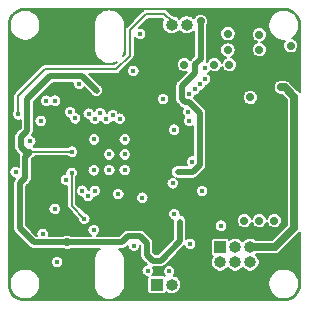
<source format=gbr>
G04 #@! TF.GenerationSoftware,KiCad,Pcbnew,(5.1.6)-1*
G04 #@! TF.CreationDate,2020-09-01T21:36:02-07:00*
G04 #@! TF.ProjectId,MiniCAM,4d696e69-4341-44d2-9e6b-696361645f70,rev?*
G04 #@! TF.SameCoordinates,Original*
G04 #@! TF.FileFunction,Copper,L3,Inr*
G04 #@! TF.FilePolarity,Positive*
%FSLAX46Y46*%
G04 Gerber Fmt 4.6, Leading zero omitted, Abs format (unit mm)*
G04 Created by KiCad (PCBNEW (5.1.6)-1) date 2020-09-01 21:36:02*
%MOMM*%
%LPD*%
G01*
G04 APERTURE LIST*
G04 #@! TA.AperFunction,ViaPad*
%ADD10O,1.000000X1.000000*%
G04 #@! TD*
G04 #@! TA.AperFunction,ViaPad*
%ADD11R,1.000000X1.000000*%
G04 #@! TD*
G04 #@! TA.AperFunction,ViaPad*
%ADD12C,0.450000*%
G04 #@! TD*
G04 #@! TA.AperFunction,ViaPad*
%ADD13C,0.700000*%
G04 #@! TD*
G04 #@! TA.AperFunction,Conductor*
%ADD14C,0.635000*%
G04 #@! TD*
G04 #@! TA.AperFunction,Conductor*
%ADD15C,0.203200*%
G04 #@! TD*
G04 #@! TA.AperFunction,Conductor*
%ADD16C,0.508000*%
G04 #@! TD*
G04 #@! TA.AperFunction,Conductor*
%ADD17C,0.152400*%
G04 #@! TD*
G04 APERTURE END LIST*
D10*
X117030000Y-27113000D03*
X115760000Y-27113000D03*
D11*
X114490000Y-27113000D03*
X114490000Y-49113000D03*
D10*
X115760000Y-49113000D03*
X122402600Y-47193200D03*
X122402600Y-45923200D03*
X121132600Y-47193200D03*
X121132600Y-45923200D03*
X119862600Y-47193200D03*
D11*
X119862600Y-45923200D03*
D12*
X109194600Y-36817600D03*
X111785400Y-36817600D03*
X111785400Y-38087600D03*
X110490000Y-38087600D03*
X109169200Y-39433800D03*
X110490000Y-39408400D03*
X111785400Y-39408400D03*
X115849400Y-40538400D03*
X116001800Y-43154600D03*
X115036600Y-33401000D03*
X109169200Y-44500800D03*
X112547400Y-45796200D03*
X119938800Y-44119800D03*
X104673400Y-35255200D03*
X103809800Y-36982400D03*
X107924600Y-32105600D03*
X104838500Y-44818300D03*
D13*
X120523000Y-29235400D03*
X120523000Y-27863800D03*
D12*
X112522000Y-31013400D03*
D13*
X125831600Y-28879800D03*
D12*
X118338601Y-41198800D03*
D13*
X124460000Y-43680000D03*
X123190000Y-43680000D03*
X121920000Y-43680000D03*
X116840000Y-30480000D03*
X119380000Y-30480000D03*
X120650000Y-30480000D03*
D12*
X118567200Y-30784800D03*
X102565200Y-39573200D03*
X111252000Y-41452800D03*
D13*
X122428000Y-33261600D03*
D12*
X106070400Y-47206200D03*
X113080800Y-27876800D03*
X113741200Y-47917400D03*
X115544600Y-47993600D03*
X117246400Y-35229800D03*
X115976400Y-35991800D03*
X117503957Y-38684200D03*
X102768400Y-34696400D03*
D13*
X125044200Y-32410400D03*
X126111000Y-33197800D03*
X123190000Y-27940000D03*
X123190000Y-29210000D03*
D12*
X107315000Y-37846000D03*
X116264305Y-39564695D03*
X117221000Y-33655000D03*
X103759000Y-37896800D03*
X109423200Y-32689800D03*
D13*
X118211600Y-26822400D03*
D12*
X116459000Y-43764200D03*
D13*
X106921600Y-45516800D03*
D12*
X114833400Y-47079200D03*
X110134400Y-44475400D03*
X110845600Y-43967400D03*
X119913400Y-43230800D03*
X104622600Y-36169600D03*
X110845600Y-32689800D03*
X110794800Y-32029400D03*
X103784400Y-42341800D03*
D13*
X116916200Y-28905200D03*
D12*
X110871000Y-44729400D03*
X104089200Y-38735000D03*
X113411000Y-31102600D03*
X104470200Y-33541000D03*
X114858800Y-46063202D03*
X116001800Y-37058600D03*
X113292512Y-41740712D03*
X106807000Y-40233600D03*
X107289600Y-39649400D03*
X108381800Y-43510200D03*
X118598188Y-31716447D03*
X118189473Y-32158985D03*
X117718084Y-32534059D03*
X117271800Y-32969200D03*
X117322600Y-45656800D03*
X108203998Y-41148000D03*
X109245400Y-41173400D03*
X108712000Y-41605200D03*
X117187432Y-34514368D03*
X105867200Y-42697400D03*
X105156000Y-33528000D03*
X105892600Y-33528000D03*
X107162600Y-34518600D03*
X107594400Y-35030200D03*
X108737400Y-34620200D03*
X109245400Y-35052000D03*
X109728000Y-34594800D03*
X110242532Y-35062459D03*
X110769400Y-34770402D03*
X111353600Y-35052000D03*
D14*
X125323600Y-32410400D02*
X126111000Y-33197800D01*
X125044200Y-32410400D02*
X125323600Y-32410400D01*
X126111000Y-33197800D02*
X126111000Y-44297600D01*
X126111000Y-44297600D02*
X124485400Y-45923200D01*
X124485400Y-45923200D02*
X122402600Y-45923200D01*
D15*
X102768400Y-33109200D02*
X102768400Y-34696400D01*
X112217200Y-29718000D02*
X111074200Y-30861000D01*
X115760000Y-26822200D02*
X115125200Y-26187400D01*
X115125200Y-26187400D02*
X113588800Y-26187400D01*
X113588800Y-26187400D02*
X112217200Y-27559000D01*
X105016600Y-30861000D02*
X102768400Y-33109200D01*
X115760000Y-27113000D02*
X115760000Y-26822200D01*
X111074200Y-30861000D02*
X105016600Y-30861000D01*
X112217200Y-27559000D02*
X112217200Y-29718000D01*
X107315000Y-37846000D02*
X103809800Y-37846000D01*
X103809800Y-37846000D02*
X103759000Y-37896800D01*
D16*
X103381599Y-38274201D02*
X103534001Y-38121799D01*
X103381599Y-40046875D02*
X103381599Y-38274201D01*
X102895400Y-40533074D02*
X103381599Y-40046875D01*
X103534001Y-38121799D02*
X103759000Y-37896800D01*
X102895400Y-44323000D02*
X102895400Y-40533074D01*
X104089200Y-45516800D02*
X102895400Y-44323000D01*
X106921600Y-45516800D02*
X104089200Y-45516800D01*
X116902802Y-33655000D02*
X117221000Y-33655000D01*
X116640399Y-33392597D02*
X116902802Y-33655000D01*
X116640399Y-32292801D02*
X116640399Y-33392597D01*
X118237000Y-26847800D02*
X118237000Y-29985000D01*
X118211600Y-26822400D02*
X118237000Y-26847800D01*
X118237000Y-29985000D02*
X117779800Y-30442200D01*
X117779800Y-30442200D02*
X117779800Y-31153400D01*
X117779800Y-31153400D02*
X116640399Y-32292801D01*
X105470201Y-31474199D02*
X108207599Y-31474199D01*
X103530400Y-33414000D02*
X105470201Y-31474199D01*
X103440802Y-37896800D02*
X102971600Y-37427598D01*
X102971600Y-37427598D02*
X102971600Y-36626800D01*
X109198201Y-32464801D02*
X109423200Y-32689800D01*
X102971600Y-36626800D02*
X103530400Y-36068000D01*
X108207599Y-31474199D02*
X109198201Y-32464801D01*
X103759000Y-37896800D02*
X103440802Y-37896800D01*
X103530400Y-36068000D02*
X103530400Y-33414000D01*
X116459000Y-45453600D02*
X114833400Y-47079200D01*
X116459000Y-43764200D02*
X116459000Y-45453600D01*
X111544400Y-45516800D02*
X106921600Y-45516800D01*
X112039400Y-45021800D02*
X111544400Y-45516800D01*
X114147600Y-47079200D02*
X113665000Y-46596600D01*
X113665000Y-45580600D02*
X113106200Y-45021800D01*
X114833400Y-47079200D02*
X114147600Y-47079200D01*
X113665000Y-46596600D02*
X113665000Y-45580600D01*
X113106200Y-45021800D02*
X112039400Y-45021800D01*
X118135358Y-34569358D02*
X118135358Y-38987273D01*
X118135358Y-38987273D02*
X117557936Y-39564695D01*
X117221000Y-33655000D02*
X118135358Y-34569358D01*
X117557936Y-39564695D02*
X116582503Y-39564695D01*
X116582503Y-39564695D02*
X116264305Y-39564695D01*
D17*
X107289600Y-39649400D02*
X107289600Y-42418000D01*
X107289600Y-42418000D02*
X108381800Y-43510200D01*
D15*
G36*
X125520508Y-25783829D02*
G01*
X125780714Y-25862389D01*
X126020706Y-25989996D01*
X126231341Y-26161784D01*
X126404596Y-26371213D01*
X126533874Y-26610309D01*
X126614249Y-26869959D01*
X126644400Y-27156827D01*
X126644400Y-32817482D01*
X126619616Y-32780390D01*
X126528410Y-32689184D01*
X126421164Y-32617524D01*
X126403452Y-32610188D01*
X125785257Y-31991993D01*
X125765762Y-31968238D01*
X125671004Y-31890473D01*
X125562896Y-31832688D01*
X125445592Y-31797104D01*
X125354172Y-31788100D01*
X125354169Y-31788100D01*
X125323600Y-31785089D01*
X125293031Y-31788100D01*
X125252909Y-31788100D01*
X125235198Y-31780764D01*
X125108692Y-31755600D01*
X124979708Y-31755600D01*
X124853202Y-31780764D01*
X124734036Y-31830124D01*
X124626790Y-31901784D01*
X124535584Y-31992990D01*
X124463924Y-32100236D01*
X124414564Y-32219402D01*
X124389400Y-32345908D01*
X124389400Y-32474892D01*
X124414564Y-32601398D01*
X124463924Y-32720564D01*
X124535584Y-32827810D01*
X124626790Y-32919016D01*
X124734036Y-32990676D01*
X124853202Y-33040036D01*
X124979708Y-33065200D01*
X125098336Y-33065200D01*
X125488700Y-33455565D01*
X125488701Y-44039834D01*
X124227636Y-45300900D01*
X122918459Y-45300900D01*
X122915630Y-45298071D01*
X122783816Y-45209996D01*
X122637351Y-45149328D01*
X122481866Y-45118400D01*
X122323334Y-45118400D01*
X122167849Y-45149328D01*
X122021384Y-45209996D01*
X121889570Y-45298071D01*
X121777471Y-45410170D01*
X121767600Y-45424943D01*
X121757729Y-45410170D01*
X121645630Y-45298071D01*
X121513816Y-45209996D01*
X121367351Y-45149328D01*
X121211866Y-45118400D01*
X121053334Y-45118400D01*
X120897849Y-45149328D01*
X120751384Y-45209996D01*
X120635600Y-45287360D01*
X120617258Y-45253043D01*
X120579168Y-45206632D01*
X120532757Y-45168542D01*
X120479806Y-45140240D01*
X120422351Y-45122811D01*
X120362600Y-45116926D01*
X119362600Y-45116926D01*
X119302849Y-45122811D01*
X119245394Y-45140240D01*
X119192443Y-45168542D01*
X119146032Y-45206632D01*
X119107942Y-45253043D01*
X119079640Y-45305994D01*
X119062211Y-45363449D01*
X119056326Y-45423200D01*
X119056326Y-46423200D01*
X119062211Y-46482951D01*
X119079640Y-46540406D01*
X119107942Y-46593357D01*
X119146032Y-46639768D01*
X119192443Y-46677858D01*
X119226760Y-46696200D01*
X119149396Y-46811984D01*
X119088728Y-46958449D01*
X119057800Y-47113934D01*
X119057800Y-47272466D01*
X119088728Y-47427951D01*
X119149396Y-47574416D01*
X119237471Y-47706230D01*
X119349570Y-47818329D01*
X119481384Y-47906404D01*
X119627849Y-47967072D01*
X119783334Y-47998000D01*
X119941866Y-47998000D01*
X120097351Y-47967072D01*
X120243816Y-47906404D01*
X120375630Y-47818329D01*
X120487729Y-47706230D01*
X120497600Y-47691457D01*
X120507471Y-47706230D01*
X120619570Y-47818329D01*
X120751384Y-47906404D01*
X120897849Y-47967072D01*
X121053334Y-47998000D01*
X121211866Y-47998000D01*
X121367351Y-47967072D01*
X121513816Y-47906404D01*
X121645630Y-47818329D01*
X121757729Y-47706230D01*
X121767600Y-47691457D01*
X121777471Y-47706230D01*
X121889570Y-47818329D01*
X122021384Y-47906404D01*
X122167849Y-47967072D01*
X122323334Y-47998000D01*
X122481866Y-47998000D01*
X122637351Y-47967072D01*
X122783816Y-47906404D01*
X122915630Y-47818329D01*
X123027729Y-47706230D01*
X123115804Y-47574416D01*
X123176472Y-47427951D01*
X123207400Y-47272466D01*
X123207400Y-47113934D01*
X123176472Y-46958449D01*
X123115804Y-46811984D01*
X123027729Y-46680170D01*
X122915630Y-46568071D01*
X122900857Y-46558200D01*
X122915630Y-46548329D01*
X122918459Y-46545500D01*
X124454831Y-46545500D01*
X124485400Y-46548511D01*
X124515969Y-46545500D01*
X124515972Y-46545500D01*
X124607392Y-46536496D01*
X124724696Y-46500912D01*
X124832804Y-46443127D01*
X124927562Y-46365362D01*
X124947057Y-46341607D01*
X126529412Y-44759253D01*
X126553162Y-44739762D01*
X126592945Y-44691286D01*
X126630927Y-44645005D01*
X126644400Y-44619798D01*
X126644400Y-49032608D01*
X126616171Y-49320508D01*
X126537610Y-49580716D01*
X126410005Y-49820705D01*
X126238213Y-50031343D01*
X126028787Y-50204596D01*
X125789691Y-50333874D01*
X125530040Y-50414250D01*
X125243172Y-50444400D01*
X103367392Y-50444400D01*
X103079492Y-50416171D01*
X102819284Y-50337610D01*
X102579295Y-50210005D01*
X102368657Y-50038213D01*
X102195404Y-49828787D01*
X102066126Y-49589691D01*
X101985750Y-49330040D01*
X101955600Y-49043172D01*
X101955600Y-48921488D01*
X102045200Y-48921488D01*
X102045200Y-49178512D01*
X102095343Y-49430596D01*
X102193702Y-49668054D01*
X102336496Y-49881761D01*
X102518239Y-50063504D01*
X102731946Y-50206298D01*
X102969404Y-50304657D01*
X103221488Y-50354800D01*
X103478512Y-50354800D01*
X103730596Y-50304657D01*
X103968054Y-50206298D01*
X104181761Y-50063504D01*
X104363504Y-49881761D01*
X104506298Y-49668054D01*
X104604657Y-49430596D01*
X104654800Y-49178512D01*
X104654800Y-48921488D01*
X104604657Y-48669404D01*
X104506298Y-48431946D01*
X104363504Y-48218239D01*
X104181761Y-48036496D01*
X103968054Y-47893702D01*
X103730596Y-47795343D01*
X103478512Y-47745200D01*
X103221488Y-47745200D01*
X102969404Y-47795343D01*
X102731946Y-47893702D01*
X102518239Y-48036496D01*
X102336496Y-48218239D01*
X102193702Y-48431946D01*
X102095343Y-48669404D01*
X102045200Y-48921488D01*
X101955600Y-48921488D01*
X101955600Y-47154019D01*
X105540600Y-47154019D01*
X105540600Y-47258381D01*
X105560960Y-47360737D01*
X105600898Y-47457154D01*
X105658878Y-47543928D01*
X105732672Y-47617722D01*
X105819446Y-47675702D01*
X105915863Y-47715640D01*
X106018219Y-47736000D01*
X106122581Y-47736000D01*
X106224937Y-47715640D01*
X106321354Y-47675702D01*
X106408128Y-47617722D01*
X106481922Y-47543928D01*
X106539902Y-47457154D01*
X106579840Y-47360737D01*
X106600200Y-47258381D01*
X106600200Y-47154019D01*
X106579840Y-47051663D01*
X106539902Y-46955246D01*
X106481922Y-46868472D01*
X106408128Y-46794678D01*
X106321354Y-46736698D01*
X106224937Y-46696760D01*
X106122581Y-46676400D01*
X106018219Y-46676400D01*
X105915863Y-46696760D01*
X105819446Y-46736698D01*
X105732672Y-46794678D01*
X105658878Y-46868472D01*
X105600898Y-46955246D01*
X105560960Y-47051663D01*
X105540600Y-47154019D01*
X101955600Y-47154019D01*
X101955600Y-39521019D01*
X102035400Y-39521019D01*
X102035400Y-39625381D01*
X102055760Y-39727737D01*
X102095698Y-39824154D01*
X102153678Y-39910928D01*
X102227472Y-39984722D01*
X102314246Y-40042702D01*
X102410663Y-40082640D01*
X102513019Y-40103000D01*
X102535212Y-40103000D01*
X102519676Y-40118536D01*
X102498358Y-40136031D01*
X102461109Y-40181419D01*
X102428528Y-40221120D01*
X102376639Y-40318197D01*
X102344687Y-40423530D01*
X102333897Y-40533074D01*
X102336601Y-40560526D01*
X102336600Y-44295558D01*
X102333897Y-44323000D01*
X102336600Y-44350442D01*
X102336600Y-44350443D01*
X102344686Y-44432543D01*
X102376639Y-44537877D01*
X102428527Y-44634954D01*
X102498357Y-44720043D01*
X102519681Y-44737543D01*
X103674662Y-45892525D01*
X103692157Y-45913843D01*
X103777246Y-45983673D01*
X103874322Y-46035561D01*
X103979656Y-46067514D01*
X104061756Y-46075600D01*
X104061757Y-46075600D01*
X104089199Y-46078303D01*
X104116641Y-46075600D01*
X106579295Y-46075600D01*
X106611436Y-46097076D01*
X106730602Y-46146436D01*
X106857108Y-46171600D01*
X106986092Y-46171600D01*
X107112598Y-46146436D01*
X107231764Y-46097076D01*
X107263905Y-46075600D01*
X109681467Y-46075600D01*
X109562903Y-46172903D01*
X109399849Y-46371586D01*
X109278690Y-46598260D01*
X109204080Y-46844216D01*
X109185200Y-47035905D01*
X109185201Y-49164096D01*
X109204081Y-49355785D01*
X109278691Y-49601741D01*
X109399850Y-49828415D01*
X109562904Y-50027097D01*
X109761586Y-50190151D01*
X109988260Y-50311310D01*
X110234216Y-50385920D01*
X110490000Y-50411113D01*
X110745785Y-50385920D01*
X110991741Y-50311310D01*
X111218415Y-50190151D01*
X111417097Y-50027097D01*
X111580151Y-49828415D01*
X111701310Y-49601741D01*
X111775920Y-49355785D01*
X111794800Y-49164096D01*
X111794800Y-47035904D01*
X111775920Y-46844215D01*
X111701310Y-46598259D01*
X111580151Y-46371585D01*
X111417097Y-46172903D01*
X111298532Y-46075600D01*
X111516958Y-46075600D01*
X111544400Y-46078303D01*
X111571842Y-46075600D01*
X111571844Y-46075600D01*
X111653944Y-46067514D01*
X111759278Y-46035561D01*
X111856354Y-45983673D01*
X111941443Y-45913843D01*
X111958942Y-45892520D01*
X112017600Y-45833862D01*
X112017600Y-45848381D01*
X112037960Y-45950737D01*
X112077898Y-46047154D01*
X112135878Y-46133928D01*
X112209672Y-46207722D01*
X112296446Y-46265702D01*
X112392863Y-46305640D01*
X112495219Y-46326000D01*
X112599581Y-46326000D01*
X112701937Y-46305640D01*
X112798354Y-46265702D01*
X112885128Y-46207722D01*
X112958922Y-46133928D01*
X113016902Y-46047154D01*
X113056840Y-45950737D01*
X113077200Y-45848381D01*
X113077200Y-45783063D01*
X113106201Y-45812063D01*
X113106200Y-46569158D01*
X113103497Y-46596600D01*
X113106200Y-46624042D01*
X113106200Y-46624043D01*
X113114286Y-46706143D01*
X113146239Y-46811477D01*
X113198127Y-46908554D01*
X113267957Y-46993643D01*
X113289281Y-47011143D01*
X113669601Y-47391463D01*
X113586663Y-47407960D01*
X113490246Y-47447898D01*
X113403472Y-47505878D01*
X113329678Y-47579672D01*
X113271698Y-47666446D01*
X113231760Y-47762863D01*
X113211400Y-47865219D01*
X113211400Y-47969581D01*
X113231760Y-48071937D01*
X113271698Y-48168354D01*
X113329678Y-48255128D01*
X113403472Y-48328922D01*
X113490246Y-48386902D01*
X113586663Y-48426840D01*
X113689019Y-48447200D01*
X113733013Y-48447200D01*
X113707040Y-48495794D01*
X113689611Y-48553249D01*
X113683726Y-48613000D01*
X113683726Y-49613000D01*
X113689611Y-49672751D01*
X113707040Y-49730206D01*
X113735342Y-49783157D01*
X113773432Y-49829568D01*
X113819843Y-49867658D01*
X113872794Y-49895960D01*
X113930249Y-49913389D01*
X113990000Y-49919274D01*
X114990000Y-49919274D01*
X115049751Y-49913389D01*
X115107206Y-49895960D01*
X115160157Y-49867658D01*
X115206568Y-49829568D01*
X115244658Y-49783157D01*
X115263000Y-49748840D01*
X115378784Y-49826204D01*
X115525249Y-49886872D01*
X115680734Y-49917800D01*
X115839266Y-49917800D01*
X115994751Y-49886872D01*
X116141216Y-49826204D01*
X116273030Y-49738129D01*
X116385129Y-49626030D01*
X116473204Y-49494216D01*
X116533872Y-49347751D01*
X116564800Y-49192266D01*
X116564800Y-49033734D01*
X116542473Y-48921488D01*
X123945200Y-48921488D01*
X123945200Y-49178512D01*
X123995343Y-49430596D01*
X124093702Y-49668054D01*
X124236496Y-49881761D01*
X124418239Y-50063504D01*
X124631946Y-50206298D01*
X124869404Y-50304657D01*
X125121488Y-50354800D01*
X125378512Y-50354800D01*
X125630596Y-50304657D01*
X125868054Y-50206298D01*
X126081761Y-50063504D01*
X126263504Y-49881761D01*
X126406298Y-49668054D01*
X126504657Y-49430596D01*
X126554800Y-49178512D01*
X126554800Y-48921488D01*
X126504657Y-48669404D01*
X126406298Y-48431946D01*
X126263504Y-48218239D01*
X126081761Y-48036496D01*
X125868054Y-47893702D01*
X125630596Y-47795343D01*
X125378512Y-47745200D01*
X125121488Y-47745200D01*
X124869404Y-47795343D01*
X124631946Y-47893702D01*
X124418239Y-48036496D01*
X124236496Y-48218239D01*
X124093702Y-48431946D01*
X123995343Y-48669404D01*
X123945200Y-48921488D01*
X116542473Y-48921488D01*
X116533872Y-48878249D01*
X116473204Y-48731784D01*
X116385129Y-48599970D01*
X116273030Y-48487871D01*
X116141216Y-48399796D01*
X115994751Y-48339128D01*
X115956025Y-48331425D01*
X115956122Y-48331328D01*
X116014102Y-48244554D01*
X116054040Y-48148137D01*
X116074400Y-48045781D01*
X116074400Y-47941419D01*
X116054040Y-47839063D01*
X116014102Y-47742646D01*
X115956122Y-47655872D01*
X115882328Y-47582078D01*
X115795554Y-47524098D01*
X115699137Y-47484160D01*
X115596781Y-47463800D01*
X115492419Y-47463800D01*
X115390063Y-47484160D01*
X115293646Y-47524098D01*
X115206872Y-47582078D01*
X115133078Y-47655872D01*
X115075098Y-47742646D01*
X115035160Y-47839063D01*
X115014800Y-47941419D01*
X115014800Y-48045781D01*
X115035160Y-48148137D01*
X115075098Y-48244554D01*
X115133078Y-48331328D01*
X115160017Y-48358267D01*
X115107206Y-48330040D01*
X115049751Y-48312611D01*
X114990000Y-48306726D01*
X114101124Y-48306726D01*
X114152722Y-48255128D01*
X114210702Y-48168354D01*
X114250640Y-48071937D01*
X114271000Y-47969581D01*
X114271000Y-47865219D01*
X114250640Y-47762863D01*
X114210702Y-47666446D01*
X114191695Y-47638000D01*
X114805958Y-47638000D01*
X114833400Y-47640703D01*
X114860842Y-47638000D01*
X114860844Y-47638000D01*
X114942944Y-47629914D01*
X115048278Y-47597961D01*
X115145354Y-47546073D01*
X115230443Y-47476243D01*
X115247943Y-47454919D01*
X116834725Y-45868138D01*
X116836190Y-45866936D01*
X116853098Y-45907754D01*
X116911078Y-45994528D01*
X116984872Y-46068322D01*
X117071646Y-46126302D01*
X117168063Y-46166240D01*
X117270419Y-46186600D01*
X117374781Y-46186600D01*
X117477137Y-46166240D01*
X117573554Y-46126302D01*
X117660328Y-46068322D01*
X117734122Y-45994528D01*
X117792102Y-45907754D01*
X117832040Y-45811337D01*
X117852400Y-45708981D01*
X117852400Y-45604619D01*
X117832040Y-45502263D01*
X117792102Y-45405846D01*
X117734122Y-45319072D01*
X117660328Y-45245278D01*
X117573554Y-45187298D01*
X117477137Y-45147360D01*
X117374781Y-45127000D01*
X117270419Y-45127000D01*
X117168063Y-45147360D01*
X117071646Y-45187298D01*
X117017800Y-45223276D01*
X117017800Y-44067619D01*
X119409000Y-44067619D01*
X119409000Y-44171981D01*
X119429360Y-44274337D01*
X119469298Y-44370754D01*
X119527278Y-44457528D01*
X119601072Y-44531322D01*
X119687846Y-44589302D01*
X119784263Y-44629240D01*
X119886619Y-44649600D01*
X119990981Y-44649600D01*
X120093337Y-44629240D01*
X120189754Y-44589302D01*
X120276528Y-44531322D01*
X120350322Y-44457528D01*
X120408302Y-44370754D01*
X120448240Y-44274337D01*
X120468600Y-44171981D01*
X120468600Y-44067619D01*
X120448240Y-43965263D01*
X120408302Y-43868846D01*
X120350322Y-43782072D01*
X120276528Y-43708278D01*
X120189754Y-43650298D01*
X120105766Y-43615508D01*
X121265200Y-43615508D01*
X121265200Y-43744492D01*
X121290364Y-43870998D01*
X121339724Y-43990164D01*
X121411384Y-44097410D01*
X121502590Y-44188616D01*
X121609836Y-44260276D01*
X121729002Y-44309636D01*
X121855508Y-44334800D01*
X121984492Y-44334800D01*
X122110998Y-44309636D01*
X122230164Y-44260276D01*
X122337410Y-44188616D01*
X122428616Y-44097410D01*
X122500276Y-43990164D01*
X122549636Y-43870998D01*
X122555000Y-43844032D01*
X122560364Y-43870998D01*
X122609724Y-43990164D01*
X122681384Y-44097410D01*
X122772590Y-44188616D01*
X122879836Y-44260276D01*
X122999002Y-44309636D01*
X123125508Y-44334800D01*
X123254492Y-44334800D01*
X123380998Y-44309636D01*
X123500164Y-44260276D01*
X123607410Y-44188616D01*
X123698616Y-44097410D01*
X123770276Y-43990164D01*
X123819636Y-43870998D01*
X123825000Y-43844032D01*
X123830364Y-43870998D01*
X123879724Y-43990164D01*
X123951384Y-44097410D01*
X124042590Y-44188616D01*
X124149836Y-44260276D01*
X124269002Y-44309636D01*
X124395508Y-44334800D01*
X124524492Y-44334800D01*
X124650998Y-44309636D01*
X124770164Y-44260276D01*
X124877410Y-44188616D01*
X124968616Y-44097410D01*
X125040276Y-43990164D01*
X125089636Y-43870998D01*
X125114800Y-43744492D01*
X125114800Y-43615508D01*
X125089636Y-43489002D01*
X125040276Y-43369836D01*
X124968616Y-43262590D01*
X124877410Y-43171384D01*
X124770164Y-43099724D01*
X124650998Y-43050364D01*
X124524492Y-43025200D01*
X124395508Y-43025200D01*
X124269002Y-43050364D01*
X124149836Y-43099724D01*
X124042590Y-43171384D01*
X123951384Y-43262590D01*
X123879724Y-43369836D01*
X123830364Y-43489002D01*
X123825000Y-43515968D01*
X123819636Y-43489002D01*
X123770276Y-43369836D01*
X123698616Y-43262590D01*
X123607410Y-43171384D01*
X123500164Y-43099724D01*
X123380998Y-43050364D01*
X123254492Y-43025200D01*
X123125508Y-43025200D01*
X122999002Y-43050364D01*
X122879836Y-43099724D01*
X122772590Y-43171384D01*
X122681384Y-43262590D01*
X122609724Y-43369836D01*
X122560364Y-43489002D01*
X122555000Y-43515968D01*
X122549636Y-43489002D01*
X122500276Y-43369836D01*
X122428616Y-43262590D01*
X122337410Y-43171384D01*
X122230164Y-43099724D01*
X122110998Y-43050364D01*
X121984492Y-43025200D01*
X121855508Y-43025200D01*
X121729002Y-43050364D01*
X121609836Y-43099724D01*
X121502590Y-43171384D01*
X121411384Y-43262590D01*
X121339724Y-43369836D01*
X121290364Y-43489002D01*
X121265200Y-43615508D01*
X120105766Y-43615508D01*
X120093337Y-43610360D01*
X119990981Y-43590000D01*
X119886619Y-43590000D01*
X119784263Y-43610360D01*
X119687846Y-43650298D01*
X119601072Y-43708278D01*
X119527278Y-43782072D01*
X119469298Y-43868846D01*
X119429360Y-43965263D01*
X119409000Y-44067619D01*
X117017800Y-44067619D01*
X117017800Y-43736756D01*
X117009714Y-43654656D01*
X116977761Y-43549322D01*
X116925873Y-43452246D01*
X116856043Y-43367157D01*
X116770954Y-43297327D01*
X116673877Y-43245439D01*
X116568543Y-43213486D01*
X116531002Y-43209789D01*
X116531600Y-43206781D01*
X116531600Y-43102419D01*
X116511240Y-43000063D01*
X116471302Y-42903646D01*
X116413322Y-42816872D01*
X116339528Y-42743078D01*
X116252754Y-42685098D01*
X116156337Y-42645160D01*
X116053981Y-42624800D01*
X115949619Y-42624800D01*
X115847263Y-42645160D01*
X115750846Y-42685098D01*
X115664072Y-42743078D01*
X115590278Y-42816872D01*
X115532298Y-42903646D01*
X115492360Y-43000063D01*
X115472000Y-43102419D01*
X115472000Y-43206781D01*
X115492360Y-43309137D01*
X115532298Y-43405554D01*
X115590278Y-43492328D01*
X115664072Y-43566122D01*
X115750846Y-43624102D01*
X115847263Y-43664040D01*
X115906207Y-43675765D01*
X115900200Y-43736757D01*
X115900201Y-45222136D01*
X114601938Y-46520400D01*
X114379062Y-46520400D01*
X114223800Y-46365138D01*
X114223800Y-45608044D01*
X114226503Y-45580600D01*
X114215714Y-45471056D01*
X114183761Y-45365722D01*
X114131873Y-45268646D01*
X114119068Y-45253043D01*
X114062043Y-45183557D01*
X114040724Y-45166061D01*
X113520743Y-44646080D01*
X113503243Y-44624757D01*
X113418154Y-44554927D01*
X113321078Y-44503039D01*
X113215744Y-44471086D01*
X113133644Y-44463000D01*
X113133642Y-44463000D01*
X113106200Y-44460297D01*
X113078758Y-44463000D01*
X112066844Y-44463000D01*
X112039400Y-44460297D01*
X111929855Y-44471086D01*
X111824522Y-44503039D01*
X111727445Y-44554927D01*
X111712313Y-44567346D01*
X111642357Y-44624757D01*
X111624861Y-44646076D01*
X111312938Y-44958000D01*
X109438565Y-44958000D01*
X109506928Y-44912322D01*
X109580722Y-44838528D01*
X109638702Y-44751754D01*
X109678640Y-44655337D01*
X109699000Y-44552981D01*
X109699000Y-44448619D01*
X109678640Y-44346263D01*
X109638702Y-44249846D01*
X109580722Y-44163072D01*
X109506928Y-44089278D01*
X109420154Y-44031298D01*
X109323737Y-43991360D01*
X109221381Y-43971000D01*
X109117019Y-43971000D01*
X109014663Y-43991360D01*
X108918246Y-44031298D01*
X108831472Y-44089278D01*
X108757678Y-44163072D01*
X108699698Y-44249846D01*
X108659760Y-44346263D01*
X108639400Y-44448619D01*
X108639400Y-44552981D01*
X108659760Y-44655337D01*
X108699698Y-44751754D01*
X108757678Y-44838528D01*
X108831472Y-44912322D01*
X108899835Y-44958000D01*
X107263905Y-44958000D01*
X107231764Y-44936524D01*
X107112598Y-44887164D01*
X106986092Y-44862000D01*
X106857108Y-44862000D01*
X106730602Y-44887164D01*
X106611436Y-44936524D01*
X106579295Y-44958000D01*
X105350891Y-44958000D01*
X105368300Y-44870481D01*
X105368300Y-44766119D01*
X105347940Y-44663763D01*
X105308002Y-44567346D01*
X105250022Y-44480572D01*
X105176228Y-44406778D01*
X105089454Y-44348798D01*
X104993037Y-44308860D01*
X104890681Y-44288500D01*
X104786319Y-44288500D01*
X104683963Y-44308860D01*
X104587546Y-44348798D01*
X104500772Y-44406778D01*
X104426978Y-44480572D01*
X104368998Y-44567346D01*
X104329060Y-44663763D01*
X104308700Y-44766119D01*
X104308700Y-44870481D01*
X104326109Y-44958000D01*
X104320663Y-44958000D01*
X103454200Y-44091538D01*
X103454200Y-42645219D01*
X105337400Y-42645219D01*
X105337400Y-42749581D01*
X105357760Y-42851937D01*
X105397698Y-42948354D01*
X105455678Y-43035128D01*
X105529472Y-43108922D01*
X105616246Y-43166902D01*
X105712663Y-43206840D01*
X105815019Y-43227200D01*
X105919381Y-43227200D01*
X106021737Y-43206840D01*
X106118154Y-43166902D01*
X106204928Y-43108922D01*
X106278722Y-43035128D01*
X106336702Y-42948354D01*
X106376640Y-42851937D01*
X106397000Y-42749581D01*
X106397000Y-42645219D01*
X106376640Y-42542863D01*
X106336702Y-42446446D01*
X106278722Y-42359672D01*
X106204928Y-42285878D01*
X106118154Y-42227898D01*
X106021737Y-42187960D01*
X105919381Y-42167600D01*
X105815019Y-42167600D01*
X105712663Y-42187960D01*
X105616246Y-42227898D01*
X105529472Y-42285878D01*
X105455678Y-42359672D01*
X105397698Y-42446446D01*
X105357760Y-42542863D01*
X105337400Y-42645219D01*
X103454200Y-42645219D01*
X103454200Y-40764536D01*
X103757318Y-40461418D01*
X103778642Y-40443918D01*
X103848472Y-40358829D01*
X103900360Y-40261753D01*
X103924729Y-40181419D01*
X106277200Y-40181419D01*
X106277200Y-40285781D01*
X106297560Y-40388137D01*
X106337498Y-40484554D01*
X106395478Y-40571328D01*
X106469272Y-40645122D01*
X106556046Y-40703102D01*
X106652463Y-40743040D01*
X106754819Y-40763400D01*
X106859181Y-40763400D01*
X106908600Y-40753570D01*
X106908601Y-42399280D01*
X106906757Y-42418000D01*
X106914114Y-42492688D01*
X106935899Y-42564507D01*
X106971278Y-42630696D01*
X107000610Y-42666437D01*
X107018890Y-42688711D01*
X107033427Y-42700641D01*
X107852000Y-43519215D01*
X107852000Y-43562381D01*
X107872360Y-43664737D01*
X107912298Y-43761154D01*
X107970278Y-43847928D01*
X108044072Y-43921722D01*
X108130846Y-43979702D01*
X108227263Y-44019640D01*
X108329619Y-44040000D01*
X108433981Y-44040000D01*
X108536337Y-44019640D01*
X108632754Y-43979702D01*
X108719528Y-43921722D01*
X108793322Y-43847928D01*
X108851302Y-43761154D01*
X108891240Y-43664737D01*
X108911600Y-43562381D01*
X108911600Y-43458019D01*
X108891240Y-43355663D01*
X108851302Y-43259246D01*
X108793322Y-43172472D01*
X108719528Y-43098678D01*
X108632754Y-43040698D01*
X108536337Y-43000760D01*
X108433981Y-42980400D01*
X108390815Y-42980400D01*
X107670600Y-42260186D01*
X107670600Y-41095819D01*
X107674198Y-41095819D01*
X107674198Y-41200181D01*
X107694558Y-41302537D01*
X107734496Y-41398954D01*
X107792476Y-41485728D01*
X107866270Y-41559522D01*
X107953044Y-41617502D01*
X108049461Y-41657440D01*
X108151817Y-41677800D01*
X108186262Y-41677800D01*
X108202560Y-41759737D01*
X108242498Y-41856154D01*
X108300478Y-41942928D01*
X108374272Y-42016722D01*
X108461046Y-42074702D01*
X108557463Y-42114640D01*
X108659819Y-42135000D01*
X108764181Y-42135000D01*
X108866537Y-42114640D01*
X108962954Y-42074702D01*
X109049728Y-42016722D01*
X109123522Y-41942928D01*
X109181502Y-41856154D01*
X109221440Y-41759737D01*
X109232686Y-41703200D01*
X109297581Y-41703200D01*
X109399937Y-41682840D01*
X109496354Y-41642902D01*
X109583128Y-41584922D01*
X109656922Y-41511128D01*
X109714902Y-41424354D01*
X109724733Y-41400619D01*
X110722200Y-41400619D01*
X110722200Y-41504981D01*
X110742560Y-41607337D01*
X110782498Y-41703754D01*
X110840478Y-41790528D01*
X110914272Y-41864322D01*
X111001046Y-41922302D01*
X111097463Y-41962240D01*
X111199819Y-41982600D01*
X111304181Y-41982600D01*
X111406537Y-41962240D01*
X111502954Y-41922302D01*
X111589728Y-41864322D01*
X111663522Y-41790528D01*
X111721502Y-41703754D01*
X111727807Y-41688531D01*
X112762712Y-41688531D01*
X112762712Y-41792893D01*
X112783072Y-41895249D01*
X112823010Y-41991666D01*
X112880990Y-42078440D01*
X112954784Y-42152234D01*
X113041558Y-42210214D01*
X113137975Y-42250152D01*
X113240331Y-42270512D01*
X113344693Y-42270512D01*
X113447049Y-42250152D01*
X113543466Y-42210214D01*
X113630240Y-42152234D01*
X113704034Y-42078440D01*
X113762014Y-41991666D01*
X113801952Y-41895249D01*
X113822312Y-41792893D01*
X113822312Y-41688531D01*
X113801952Y-41586175D01*
X113762014Y-41489758D01*
X113704034Y-41402984D01*
X113630240Y-41329190D01*
X113543466Y-41271210D01*
X113447049Y-41231272D01*
X113344693Y-41210912D01*
X113240331Y-41210912D01*
X113137975Y-41231272D01*
X113041558Y-41271210D01*
X112954784Y-41329190D01*
X112880990Y-41402984D01*
X112823010Y-41489758D01*
X112783072Y-41586175D01*
X112762712Y-41688531D01*
X111727807Y-41688531D01*
X111761440Y-41607337D01*
X111781800Y-41504981D01*
X111781800Y-41400619D01*
X111761440Y-41298263D01*
X111721502Y-41201846D01*
X111684601Y-41146619D01*
X117808801Y-41146619D01*
X117808801Y-41250981D01*
X117829161Y-41353337D01*
X117869099Y-41449754D01*
X117927079Y-41536528D01*
X118000873Y-41610322D01*
X118087647Y-41668302D01*
X118184064Y-41708240D01*
X118286420Y-41728600D01*
X118390782Y-41728600D01*
X118493138Y-41708240D01*
X118589555Y-41668302D01*
X118676329Y-41610322D01*
X118750123Y-41536528D01*
X118808103Y-41449754D01*
X118848041Y-41353337D01*
X118868401Y-41250981D01*
X118868401Y-41146619D01*
X118848041Y-41044263D01*
X118808103Y-40947846D01*
X118750123Y-40861072D01*
X118676329Y-40787278D01*
X118589555Y-40729298D01*
X118493138Y-40689360D01*
X118390782Y-40669000D01*
X118286420Y-40669000D01*
X118184064Y-40689360D01*
X118087647Y-40729298D01*
X118000873Y-40787278D01*
X117927079Y-40861072D01*
X117869099Y-40947846D01*
X117829161Y-41044263D01*
X117808801Y-41146619D01*
X111684601Y-41146619D01*
X111663522Y-41115072D01*
X111589728Y-41041278D01*
X111502954Y-40983298D01*
X111406537Y-40943360D01*
X111304181Y-40923000D01*
X111199819Y-40923000D01*
X111097463Y-40943360D01*
X111001046Y-40983298D01*
X110914272Y-41041278D01*
X110840478Y-41115072D01*
X110782498Y-41201846D01*
X110742560Y-41298263D01*
X110722200Y-41400619D01*
X109724733Y-41400619D01*
X109754840Y-41327937D01*
X109775200Y-41225581D01*
X109775200Y-41121219D01*
X109754840Y-41018863D01*
X109714902Y-40922446D01*
X109656922Y-40835672D01*
X109583128Y-40761878D01*
X109496354Y-40703898D01*
X109399937Y-40663960D01*
X109297581Y-40643600D01*
X109193219Y-40643600D01*
X109090863Y-40663960D01*
X108994446Y-40703898D01*
X108907672Y-40761878D01*
X108833878Y-40835672D01*
X108775898Y-40922446D01*
X108735960Y-41018863D01*
X108727225Y-41062776D01*
X108713438Y-40993463D01*
X108673500Y-40897046D01*
X108615520Y-40810272D01*
X108541726Y-40736478D01*
X108454952Y-40678498D01*
X108358535Y-40638560D01*
X108256179Y-40618200D01*
X108151817Y-40618200D01*
X108049461Y-40638560D01*
X107953044Y-40678498D01*
X107866270Y-40736478D01*
X107792476Y-40810272D01*
X107734496Y-40897046D01*
X107694558Y-40993463D01*
X107674198Y-41095819D01*
X107670600Y-41095819D01*
X107670600Y-40017650D01*
X107701122Y-39987128D01*
X107759102Y-39900354D01*
X107799040Y-39803937D01*
X107819400Y-39701581D01*
X107819400Y-39597219D01*
X107799040Y-39494863D01*
X107759102Y-39398446D01*
X107747859Y-39381619D01*
X108639400Y-39381619D01*
X108639400Y-39485981D01*
X108659760Y-39588337D01*
X108699698Y-39684754D01*
X108757678Y-39771528D01*
X108831472Y-39845322D01*
X108918246Y-39903302D01*
X109014663Y-39943240D01*
X109117019Y-39963600D01*
X109221381Y-39963600D01*
X109323737Y-39943240D01*
X109420154Y-39903302D01*
X109506928Y-39845322D01*
X109580722Y-39771528D01*
X109638702Y-39684754D01*
X109678640Y-39588337D01*
X109699000Y-39485981D01*
X109699000Y-39381619D01*
X109693948Y-39356219D01*
X109960200Y-39356219D01*
X109960200Y-39460581D01*
X109980560Y-39562937D01*
X110020498Y-39659354D01*
X110078478Y-39746128D01*
X110152272Y-39819922D01*
X110239046Y-39877902D01*
X110335463Y-39917840D01*
X110437819Y-39938200D01*
X110542181Y-39938200D01*
X110644537Y-39917840D01*
X110740954Y-39877902D01*
X110827728Y-39819922D01*
X110901522Y-39746128D01*
X110959502Y-39659354D01*
X110999440Y-39562937D01*
X111019800Y-39460581D01*
X111019800Y-39356219D01*
X111255600Y-39356219D01*
X111255600Y-39460581D01*
X111275960Y-39562937D01*
X111315898Y-39659354D01*
X111373878Y-39746128D01*
X111447672Y-39819922D01*
X111534446Y-39877902D01*
X111630863Y-39917840D01*
X111733219Y-39938200D01*
X111837581Y-39938200D01*
X111939937Y-39917840D01*
X112036354Y-39877902D01*
X112123128Y-39819922D01*
X112196922Y-39746128D01*
X112254902Y-39659354D01*
X112294840Y-39562937D01*
X112315200Y-39460581D01*
X112315200Y-39356219D01*
X112294840Y-39253863D01*
X112254902Y-39157446D01*
X112196922Y-39070672D01*
X112123128Y-38996878D01*
X112036354Y-38938898D01*
X111939937Y-38898960D01*
X111837581Y-38878600D01*
X111733219Y-38878600D01*
X111630863Y-38898960D01*
X111534446Y-38938898D01*
X111447672Y-38996878D01*
X111373878Y-39070672D01*
X111315898Y-39157446D01*
X111275960Y-39253863D01*
X111255600Y-39356219D01*
X111019800Y-39356219D01*
X110999440Y-39253863D01*
X110959502Y-39157446D01*
X110901522Y-39070672D01*
X110827728Y-38996878D01*
X110740954Y-38938898D01*
X110644537Y-38898960D01*
X110542181Y-38878600D01*
X110437819Y-38878600D01*
X110335463Y-38898960D01*
X110239046Y-38938898D01*
X110152272Y-38996878D01*
X110078478Y-39070672D01*
X110020498Y-39157446D01*
X109980560Y-39253863D01*
X109960200Y-39356219D01*
X109693948Y-39356219D01*
X109678640Y-39279263D01*
X109638702Y-39182846D01*
X109580722Y-39096072D01*
X109506928Y-39022278D01*
X109420154Y-38964298D01*
X109323737Y-38924360D01*
X109221381Y-38904000D01*
X109117019Y-38904000D01*
X109014663Y-38924360D01*
X108918246Y-38964298D01*
X108831472Y-39022278D01*
X108757678Y-39096072D01*
X108699698Y-39182846D01*
X108659760Y-39279263D01*
X108639400Y-39381619D01*
X107747859Y-39381619D01*
X107701122Y-39311672D01*
X107627328Y-39237878D01*
X107540554Y-39179898D01*
X107444137Y-39139960D01*
X107341781Y-39119600D01*
X107237419Y-39119600D01*
X107135063Y-39139960D01*
X107038646Y-39179898D01*
X106951872Y-39237878D01*
X106878078Y-39311672D01*
X106820098Y-39398446D01*
X106780160Y-39494863D01*
X106759800Y-39597219D01*
X106759800Y-39701581D01*
X106760241Y-39703800D01*
X106754819Y-39703800D01*
X106652463Y-39724160D01*
X106556046Y-39764098D01*
X106469272Y-39822078D01*
X106395478Y-39895872D01*
X106337498Y-39982646D01*
X106297560Y-40079063D01*
X106277200Y-40181419D01*
X103924729Y-40181419D01*
X103932313Y-40156419D01*
X103940399Y-40074319D01*
X103940399Y-40074318D01*
X103943102Y-40046876D01*
X103940399Y-40019434D01*
X103940399Y-38505663D01*
X104134719Y-38311343D01*
X104156043Y-38293843D01*
X104190054Y-38252400D01*
X106972150Y-38252400D01*
X106977272Y-38257522D01*
X107064046Y-38315502D01*
X107160463Y-38355440D01*
X107262819Y-38375800D01*
X107367181Y-38375800D01*
X107469537Y-38355440D01*
X107565954Y-38315502D01*
X107652728Y-38257522D01*
X107726522Y-38183728D01*
X107784502Y-38096954D01*
X107809991Y-38035419D01*
X109960200Y-38035419D01*
X109960200Y-38139781D01*
X109980560Y-38242137D01*
X110020498Y-38338554D01*
X110078478Y-38425328D01*
X110152272Y-38499122D01*
X110239046Y-38557102D01*
X110335463Y-38597040D01*
X110437819Y-38617400D01*
X110542181Y-38617400D01*
X110644537Y-38597040D01*
X110740954Y-38557102D01*
X110827728Y-38499122D01*
X110901522Y-38425328D01*
X110959502Y-38338554D01*
X110999440Y-38242137D01*
X111019800Y-38139781D01*
X111019800Y-38035419D01*
X111255600Y-38035419D01*
X111255600Y-38139781D01*
X111275960Y-38242137D01*
X111315898Y-38338554D01*
X111373878Y-38425328D01*
X111447672Y-38499122D01*
X111534446Y-38557102D01*
X111630863Y-38597040D01*
X111733219Y-38617400D01*
X111837581Y-38617400D01*
X111939937Y-38597040D01*
X112036354Y-38557102D01*
X112123128Y-38499122D01*
X112196922Y-38425328D01*
X112254902Y-38338554D01*
X112294840Y-38242137D01*
X112315200Y-38139781D01*
X112315200Y-38035419D01*
X112294840Y-37933063D01*
X112254902Y-37836646D01*
X112196922Y-37749872D01*
X112123128Y-37676078D01*
X112036354Y-37618098D01*
X111939937Y-37578160D01*
X111837581Y-37557800D01*
X111733219Y-37557800D01*
X111630863Y-37578160D01*
X111534446Y-37618098D01*
X111447672Y-37676078D01*
X111373878Y-37749872D01*
X111315898Y-37836646D01*
X111275960Y-37933063D01*
X111255600Y-38035419D01*
X111019800Y-38035419D01*
X110999440Y-37933063D01*
X110959502Y-37836646D01*
X110901522Y-37749872D01*
X110827728Y-37676078D01*
X110740954Y-37618098D01*
X110644537Y-37578160D01*
X110542181Y-37557800D01*
X110437819Y-37557800D01*
X110335463Y-37578160D01*
X110239046Y-37618098D01*
X110152272Y-37676078D01*
X110078478Y-37749872D01*
X110020498Y-37836646D01*
X109980560Y-37933063D01*
X109960200Y-38035419D01*
X107809991Y-38035419D01*
X107824440Y-38000537D01*
X107844800Y-37898181D01*
X107844800Y-37793819D01*
X107824440Y-37691463D01*
X107784502Y-37595046D01*
X107726522Y-37508272D01*
X107652728Y-37434478D01*
X107565954Y-37376498D01*
X107469537Y-37336560D01*
X107367181Y-37316200D01*
X107262819Y-37316200D01*
X107160463Y-37336560D01*
X107064046Y-37376498D01*
X106977272Y-37434478D01*
X106972150Y-37439600D01*
X104082741Y-37439600D01*
X104081136Y-37438283D01*
X104147528Y-37393922D01*
X104221322Y-37320128D01*
X104279302Y-37233354D01*
X104319240Y-37136937D01*
X104339600Y-37034581D01*
X104339600Y-36930219D01*
X104319240Y-36827863D01*
X104293375Y-36765419D01*
X108664800Y-36765419D01*
X108664800Y-36869781D01*
X108685160Y-36972137D01*
X108725098Y-37068554D01*
X108783078Y-37155328D01*
X108856872Y-37229122D01*
X108943646Y-37287102D01*
X109040063Y-37327040D01*
X109142419Y-37347400D01*
X109246781Y-37347400D01*
X109349137Y-37327040D01*
X109445554Y-37287102D01*
X109532328Y-37229122D01*
X109606122Y-37155328D01*
X109664102Y-37068554D01*
X109704040Y-36972137D01*
X109724400Y-36869781D01*
X109724400Y-36765419D01*
X111255600Y-36765419D01*
X111255600Y-36869781D01*
X111275960Y-36972137D01*
X111315898Y-37068554D01*
X111373878Y-37155328D01*
X111447672Y-37229122D01*
X111534446Y-37287102D01*
X111630863Y-37327040D01*
X111733219Y-37347400D01*
X111837581Y-37347400D01*
X111939937Y-37327040D01*
X112036354Y-37287102D01*
X112123128Y-37229122D01*
X112196922Y-37155328D01*
X112254902Y-37068554D01*
X112294840Y-36972137D01*
X112315200Y-36869781D01*
X112315200Y-36765419D01*
X112294840Y-36663063D01*
X112254902Y-36566646D01*
X112196922Y-36479872D01*
X112123128Y-36406078D01*
X112036354Y-36348098D01*
X111939937Y-36308160D01*
X111837581Y-36287800D01*
X111733219Y-36287800D01*
X111630863Y-36308160D01*
X111534446Y-36348098D01*
X111447672Y-36406078D01*
X111373878Y-36479872D01*
X111315898Y-36566646D01*
X111275960Y-36663063D01*
X111255600Y-36765419D01*
X109724400Y-36765419D01*
X109704040Y-36663063D01*
X109664102Y-36566646D01*
X109606122Y-36479872D01*
X109532328Y-36406078D01*
X109445554Y-36348098D01*
X109349137Y-36308160D01*
X109246781Y-36287800D01*
X109142419Y-36287800D01*
X109040063Y-36308160D01*
X108943646Y-36348098D01*
X108856872Y-36406078D01*
X108783078Y-36479872D01*
X108725098Y-36566646D01*
X108685160Y-36663063D01*
X108664800Y-36765419D01*
X104293375Y-36765419D01*
X104279302Y-36731446D01*
X104221322Y-36644672D01*
X104147528Y-36570878D01*
X104060754Y-36512898D01*
X103964337Y-36472960D01*
X103926876Y-36465508D01*
X103927443Y-36465043D01*
X103997273Y-36379954D01*
X104049161Y-36282878D01*
X104081114Y-36177544D01*
X104089200Y-36095444D01*
X104089200Y-36095443D01*
X104091903Y-36068000D01*
X104089200Y-36040556D01*
X104089200Y-35939619D01*
X115446600Y-35939619D01*
X115446600Y-36043981D01*
X115466960Y-36146337D01*
X115506898Y-36242754D01*
X115564878Y-36329528D01*
X115638672Y-36403322D01*
X115725446Y-36461302D01*
X115821863Y-36501240D01*
X115924219Y-36521600D01*
X116028581Y-36521600D01*
X116130937Y-36501240D01*
X116227354Y-36461302D01*
X116314128Y-36403322D01*
X116387922Y-36329528D01*
X116445902Y-36242754D01*
X116485840Y-36146337D01*
X116506200Y-36043981D01*
X116506200Y-35939619D01*
X116485840Y-35837263D01*
X116445902Y-35740846D01*
X116387922Y-35654072D01*
X116314128Y-35580278D01*
X116227354Y-35522298D01*
X116130937Y-35482360D01*
X116028581Y-35462000D01*
X115924219Y-35462000D01*
X115821863Y-35482360D01*
X115725446Y-35522298D01*
X115638672Y-35580278D01*
X115564878Y-35654072D01*
X115506898Y-35740846D01*
X115466960Y-35837263D01*
X115446600Y-35939619D01*
X104089200Y-35939619D01*
X104089200Y-35203019D01*
X104143600Y-35203019D01*
X104143600Y-35307381D01*
X104163960Y-35409737D01*
X104203898Y-35506154D01*
X104261878Y-35592928D01*
X104335672Y-35666722D01*
X104422446Y-35724702D01*
X104518863Y-35764640D01*
X104621219Y-35785000D01*
X104725581Y-35785000D01*
X104827937Y-35764640D01*
X104924354Y-35724702D01*
X105011128Y-35666722D01*
X105084922Y-35592928D01*
X105142902Y-35506154D01*
X105182840Y-35409737D01*
X105203200Y-35307381D01*
X105203200Y-35203019D01*
X105182840Y-35100663D01*
X105142902Y-35004246D01*
X105084922Y-34917472D01*
X105011128Y-34843678D01*
X104924354Y-34785698D01*
X104827937Y-34745760D01*
X104725581Y-34725400D01*
X104621219Y-34725400D01*
X104518863Y-34745760D01*
X104422446Y-34785698D01*
X104335672Y-34843678D01*
X104261878Y-34917472D01*
X104203898Y-35004246D01*
X104163960Y-35100663D01*
X104143600Y-35203019D01*
X104089200Y-35203019D01*
X104089200Y-34466419D01*
X106632800Y-34466419D01*
X106632800Y-34570781D01*
X106653160Y-34673137D01*
X106693098Y-34769554D01*
X106751078Y-34856328D01*
X106824872Y-34930122D01*
X106911646Y-34988102D01*
X107008063Y-35028040D01*
X107064600Y-35039286D01*
X107064600Y-35082381D01*
X107084960Y-35184737D01*
X107124898Y-35281154D01*
X107182878Y-35367928D01*
X107256672Y-35441722D01*
X107343446Y-35499702D01*
X107439863Y-35539640D01*
X107542219Y-35560000D01*
X107646581Y-35560000D01*
X107748937Y-35539640D01*
X107845354Y-35499702D01*
X107932128Y-35441722D01*
X108005922Y-35367928D01*
X108063902Y-35281154D01*
X108103840Y-35184737D01*
X108124200Y-35082381D01*
X108124200Y-34978019D01*
X108103840Y-34875663D01*
X108063902Y-34779246D01*
X108005922Y-34692472D01*
X107932128Y-34618678D01*
X107856311Y-34568019D01*
X108207600Y-34568019D01*
X108207600Y-34672381D01*
X108227960Y-34774737D01*
X108267898Y-34871154D01*
X108325878Y-34957928D01*
X108399672Y-35031722D01*
X108486446Y-35089702D01*
X108582863Y-35129640D01*
X108685219Y-35150000D01*
X108724714Y-35150000D01*
X108735960Y-35206537D01*
X108775898Y-35302954D01*
X108833878Y-35389728D01*
X108907672Y-35463522D01*
X108994446Y-35521502D01*
X109090863Y-35561440D01*
X109193219Y-35581800D01*
X109297581Y-35581800D01*
X109399937Y-35561440D01*
X109496354Y-35521502D01*
X109583128Y-35463522D01*
X109656922Y-35389728D01*
X109714902Y-35302954D01*
X109741800Y-35238018D01*
X109773030Y-35313413D01*
X109831010Y-35400187D01*
X109904804Y-35473981D01*
X109991578Y-35531961D01*
X110087995Y-35571899D01*
X110190351Y-35592259D01*
X110294713Y-35592259D01*
X110397069Y-35571899D01*
X110493486Y-35531961D01*
X110580260Y-35473981D01*
X110654054Y-35400187D01*
X110712034Y-35313413D01*
X110717506Y-35300202D01*
X110821581Y-35300202D01*
X110878286Y-35288923D01*
X110884098Y-35302954D01*
X110942078Y-35389728D01*
X111015872Y-35463522D01*
X111102646Y-35521502D01*
X111199063Y-35561440D01*
X111301419Y-35581800D01*
X111405781Y-35581800D01*
X111508137Y-35561440D01*
X111604554Y-35521502D01*
X111691328Y-35463522D01*
X111765122Y-35389728D01*
X111823102Y-35302954D01*
X111863040Y-35206537D01*
X111883400Y-35104181D01*
X111883400Y-34999819D01*
X111863040Y-34897463D01*
X111823102Y-34801046D01*
X111765122Y-34714272D01*
X111691328Y-34640478D01*
X111604554Y-34582498D01*
X111508137Y-34542560D01*
X111405781Y-34522200D01*
X111301419Y-34522200D01*
X111244714Y-34533479D01*
X111238902Y-34519448D01*
X111180922Y-34432674D01*
X111107128Y-34358880D01*
X111020354Y-34300900D01*
X110923937Y-34260962D01*
X110821581Y-34240602D01*
X110717219Y-34240602D01*
X110614863Y-34260962D01*
X110518446Y-34300900D01*
X110431672Y-34358880D01*
X110357878Y-34432674D01*
X110299898Y-34519448D01*
X110294426Y-34532659D01*
X110255819Y-34532659D01*
X110237440Y-34440263D01*
X110197502Y-34343846D01*
X110139522Y-34257072D01*
X110065728Y-34183278D01*
X109978954Y-34125298D01*
X109882537Y-34085360D01*
X109780181Y-34065000D01*
X109675819Y-34065000D01*
X109573463Y-34085360D01*
X109477046Y-34125298D01*
X109390272Y-34183278D01*
X109316478Y-34257072D01*
X109258498Y-34343846D01*
X109227439Y-34418827D01*
X109206902Y-34369246D01*
X109148922Y-34282472D01*
X109075128Y-34208678D01*
X108988354Y-34150698D01*
X108891937Y-34110760D01*
X108789581Y-34090400D01*
X108685219Y-34090400D01*
X108582863Y-34110760D01*
X108486446Y-34150698D01*
X108399672Y-34208678D01*
X108325878Y-34282472D01*
X108267898Y-34369246D01*
X108227960Y-34465663D01*
X108207600Y-34568019D01*
X107856311Y-34568019D01*
X107845354Y-34560698D01*
X107748937Y-34520760D01*
X107692400Y-34509514D01*
X107692400Y-34466419D01*
X107672040Y-34364063D01*
X107632102Y-34267646D01*
X107574122Y-34180872D01*
X107500328Y-34107078D01*
X107413554Y-34049098D01*
X107317137Y-34009160D01*
X107214781Y-33988800D01*
X107110419Y-33988800D01*
X107008063Y-34009160D01*
X106911646Y-34049098D01*
X106824872Y-34107078D01*
X106751078Y-34180872D01*
X106693098Y-34267646D01*
X106653160Y-34364063D01*
X106632800Y-34466419D01*
X104089200Y-34466419D01*
X104089200Y-33645462D01*
X104258843Y-33475819D01*
X104626200Y-33475819D01*
X104626200Y-33580181D01*
X104646560Y-33682537D01*
X104686498Y-33778954D01*
X104744478Y-33865728D01*
X104818272Y-33939522D01*
X104905046Y-33997502D01*
X105001463Y-34037440D01*
X105103819Y-34057800D01*
X105208181Y-34057800D01*
X105310537Y-34037440D01*
X105406954Y-33997502D01*
X105493728Y-33939522D01*
X105524300Y-33908950D01*
X105554872Y-33939522D01*
X105641646Y-33997502D01*
X105738063Y-34037440D01*
X105840419Y-34057800D01*
X105944781Y-34057800D01*
X106047137Y-34037440D01*
X106143554Y-33997502D01*
X106230328Y-33939522D01*
X106304122Y-33865728D01*
X106362102Y-33778954D01*
X106402040Y-33682537D01*
X106422400Y-33580181D01*
X106422400Y-33475819D01*
X106402040Y-33373463D01*
X106391832Y-33348819D01*
X114506800Y-33348819D01*
X114506800Y-33453181D01*
X114527160Y-33555537D01*
X114567098Y-33651954D01*
X114625078Y-33738728D01*
X114698872Y-33812522D01*
X114785646Y-33870502D01*
X114882063Y-33910440D01*
X114984419Y-33930800D01*
X115088781Y-33930800D01*
X115191137Y-33910440D01*
X115287554Y-33870502D01*
X115374328Y-33812522D01*
X115448122Y-33738728D01*
X115506102Y-33651954D01*
X115546040Y-33555537D01*
X115566400Y-33453181D01*
X115566400Y-33348819D01*
X115546040Y-33246463D01*
X115506102Y-33150046D01*
X115448122Y-33063272D01*
X115374328Y-32989478D01*
X115287554Y-32931498D01*
X115191137Y-32891560D01*
X115088781Y-32871200D01*
X114984419Y-32871200D01*
X114882063Y-32891560D01*
X114785646Y-32931498D01*
X114698872Y-32989478D01*
X114625078Y-33063272D01*
X114567098Y-33150046D01*
X114527160Y-33246463D01*
X114506800Y-33348819D01*
X106391832Y-33348819D01*
X106362102Y-33277046D01*
X106304122Y-33190272D01*
X106230328Y-33116478D01*
X106143554Y-33058498D01*
X106047137Y-33018560D01*
X105944781Y-32998200D01*
X105840419Y-32998200D01*
X105738063Y-33018560D01*
X105641646Y-33058498D01*
X105554872Y-33116478D01*
X105524300Y-33147050D01*
X105493728Y-33116478D01*
X105406954Y-33058498D01*
X105310537Y-33018560D01*
X105208181Y-32998200D01*
X105103819Y-32998200D01*
X105001463Y-33018560D01*
X104905046Y-33058498D01*
X104818272Y-33116478D01*
X104744478Y-33190272D01*
X104686498Y-33277046D01*
X104646560Y-33373463D01*
X104626200Y-33475819D01*
X104258843Y-33475819D01*
X105701664Y-32032999D01*
X107398862Y-32032999D01*
X107394800Y-32053419D01*
X107394800Y-32157781D01*
X107415160Y-32260137D01*
X107455098Y-32356554D01*
X107513078Y-32443328D01*
X107586872Y-32517122D01*
X107673646Y-32575102D01*
X107770063Y-32615040D01*
X107872419Y-32635400D01*
X107976781Y-32635400D01*
X108079137Y-32615040D01*
X108175554Y-32575102D01*
X108262328Y-32517122D01*
X108336122Y-32443328D01*
X108356287Y-32413149D01*
X108822475Y-32879338D01*
X108822481Y-32879343D01*
X109047475Y-33104337D01*
X109111246Y-33156673D01*
X109208322Y-33208561D01*
X109313655Y-33240514D01*
X109423200Y-33251303D01*
X109532744Y-33240514D01*
X109638077Y-33208561D01*
X109735154Y-33156673D01*
X109820242Y-33086842D01*
X109890073Y-33001754D01*
X109941961Y-32904677D01*
X109973914Y-32799344D01*
X109984703Y-32689800D01*
X109973914Y-32580255D01*
X109941961Y-32474922D01*
X109890073Y-32377846D01*
X109837737Y-32314075D01*
X109612743Y-32089081D01*
X109612738Y-32089075D01*
X108791062Y-31267400D01*
X111054247Y-31267400D01*
X111074200Y-31269365D01*
X111094153Y-31267400D01*
X111094160Y-31267400D01*
X111153868Y-31261519D01*
X111230475Y-31238281D01*
X111301076Y-31200544D01*
X111362958Y-31149758D01*
X111375682Y-31134254D01*
X111548717Y-30961219D01*
X111992200Y-30961219D01*
X111992200Y-31065581D01*
X112012560Y-31167937D01*
X112052498Y-31264354D01*
X112110478Y-31351128D01*
X112184272Y-31424922D01*
X112271046Y-31482902D01*
X112367463Y-31522840D01*
X112469819Y-31543200D01*
X112574181Y-31543200D01*
X112676537Y-31522840D01*
X112772954Y-31482902D01*
X112859728Y-31424922D01*
X112933522Y-31351128D01*
X112991502Y-31264354D01*
X113031440Y-31167937D01*
X113051800Y-31065581D01*
X113051800Y-30961219D01*
X113031440Y-30858863D01*
X112991502Y-30762446D01*
X112933522Y-30675672D01*
X112859728Y-30601878D01*
X112772954Y-30543898D01*
X112676537Y-30503960D01*
X112574181Y-30483600D01*
X112469819Y-30483600D01*
X112367463Y-30503960D01*
X112271046Y-30543898D01*
X112184272Y-30601878D01*
X112110478Y-30675672D01*
X112052498Y-30762446D01*
X112012560Y-30858863D01*
X111992200Y-30961219D01*
X111548717Y-30961219D01*
X112490454Y-30019482D01*
X112505958Y-30006758D01*
X112556744Y-29944876D01*
X112594481Y-29874275D01*
X112617719Y-29797668D01*
X112623600Y-29737960D01*
X112623600Y-29737954D01*
X112625565Y-29718001D01*
X112623600Y-29698048D01*
X112623600Y-28146165D01*
X112669278Y-28214528D01*
X112743072Y-28288322D01*
X112829846Y-28346302D01*
X112926263Y-28386240D01*
X113028619Y-28406600D01*
X113132981Y-28406600D01*
X113235337Y-28386240D01*
X113331754Y-28346302D01*
X113418528Y-28288322D01*
X113492322Y-28214528D01*
X113550302Y-28127754D01*
X113590240Y-28031337D01*
X113610600Y-27928981D01*
X113610600Y-27824619D01*
X113590240Y-27722263D01*
X113550302Y-27625846D01*
X113492322Y-27539072D01*
X113418528Y-27465278D01*
X113331754Y-27407298D01*
X113235337Y-27367360D01*
X113132981Y-27347000D01*
X113028619Y-27347000D01*
X112997807Y-27353129D01*
X113757136Y-26593800D01*
X114956864Y-26593800D01*
X115066043Y-26702979D01*
X115046796Y-26731784D01*
X114986128Y-26878249D01*
X114955200Y-27033734D01*
X114955200Y-27192266D01*
X114986128Y-27347751D01*
X115046796Y-27494216D01*
X115134871Y-27626030D01*
X115246970Y-27738129D01*
X115378784Y-27826204D01*
X115525249Y-27886872D01*
X115680734Y-27917800D01*
X115839266Y-27917800D01*
X115994751Y-27886872D01*
X116141216Y-27826204D01*
X116273030Y-27738129D01*
X116385129Y-27626030D01*
X116395000Y-27611257D01*
X116404871Y-27626030D01*
X116516970Y-27738129D01*
X116648784Y-27826204D01*
X116795249Y-27886872D01*
X116950734Y-27917800D01*
X117109266Y-27917800D01*
X117264751Y-27886872D01*
X117411216Y-27826204D01*
X117543030Y-27738129D01*
X117655129Y-27626030D01*
X117678200Y-27591501D01*
X117678201Y-29753537D01*
X117404081Y-30027657D01*
X117382757Y-30045157D01*
X117357517Y-30075912D01*
X117348616Y-30062590D01*
X117257410Y-29971384D01*
X117150164Y-29899724D01*
X117030998Y-29850364D01*
X116904492Y-29825200D01*
X116775508Y-29825200D01*
X116649002Y-29850364D01*
X116529836Y-29899724D01*
X116422590Y-29971384D01*
X116331384Y-30062590D01*
X116259724Y-30169836D01*
X116210364Y-30289002D01*
X116185200Y-30415508D01*
X116185200Y-30544492D01*
X116210364Y-30670998D01*
X116259724Y-30790164D01*
X116331384Y-30897410D01*
X116422590Y-30988616D01*
X116529836Y-31060276D01*
X116649002Y-31109636D01*
X116775508Y-31134800D01*
X116904492Y-31134800D01*
X117030998Y-31109636D01*
X117034931Y-31108007D01*
X116264680Y-31878258D01*
X116243356Y-31895758D01*
X116173526Y-31980847D01*
X116121638Y-32077924D01*
X116089685Y-32183258D01*
X116083119Y-32249923D01*
X116078896Y-32292801D01*
X116081599Y-32320243D01*
X116081600Y-33365145D01*
X116078896Y-33392597D01*
X116089686Y-33502141D01*
X116121638Y-33607474D01*
X116149420Y-33659450D01*
X116173527Y-33704551D01*
X116243357Y-33789640D01*
X116264675Y-33807135D01*
X116488259Y-34030719D01*
X116505759Y-34052043D01*
X116590848Y-34121873D01*
X116687924Y-34173761D01*
X116762681Y-34196439D01*
X116717930Y-34263414D01*
X116677992Y-34359831D01*
X116657632Y-34462187D01*
X116657632Y-34566549D01*
X116677992Y-34668905D01*
X116717930Y-34765322D01*
X116775910Y-34852096D01*
X116827271Y-34903457D01*
X116776898Y-34978846D01*
X116736960Y-35075263D01*
X116716600Y-35177619D01*
X116716600Y-35281981D01*
X116736960Y-35384337D01*
X116776898Y-35480754D01*
X116834878Y-35567528D01*
X116908672Y-35641322D01*
X116995446Y-35699302D01*
X117091863Y-35739240D01*
X117194219Y-35759600D01*
X117298581Y-35759600D01*
X117400937Y-35739240D01*
X117497354Y-35699302D01*
X117576558Y-35646380D01*
X117576559Y-38158462D01*
X117556138Y-38154400D01*
X117451776Y-38154400D01*
X117349420Y-38174760D01*
X117253003Y-38214698D01*
X117166229Y-38272678D01*
X117092435Y-38346472D01*
X117034455Y-38433246D01*
X116994517Y-38529663D01*
X116974157Y-38632019D01*
X116974157Y-38736381D01*
X116994517Y-38838737D01*
X117034455Y-38935154D01*
X117081722Y-39005895D01*
X116236861Y-39005895D01*
X116154761Y-39013981D01*
X116049427Y-39045934D01*
X115952351Y-39097822D01*
X115867262Y-39167652D01*
X115797432Y-39252741D01*
X115745544Y-39349817D01*
X115713591Y-39455151D01*
X115702802Y-39564695D01*
X115713591Y-39674239D01*
X115745544Y-39779573D01*
X115797432Y-39876649D01*
X115867262Y-39961738D01*
X115931653Y-40014582D01*
X115901581Y-40008600D01*
X115797219Y-40008600D01*
X115694863Y-40028960D01*
X115598446Y-40068898D01*
X115511672Y-40126878D01*
X115437878Y-40200672D01*
X115379898Y-40287446D01*
X115339960Y-40383863D01*
X115319600Y-40486219D01*
X115319600Y-40590581D01*
X115339960Y-40692937D01*
X115379898Y-40789354D01*
X115437878Y-40876128D01*
X115511672Y-40949922D01*
X115598446Y-41007902D01*
X115694863Y-41047840D01*
X115797219Y-41068200D01*
X115901581Y-41068200D01*
X116003937Y-41047840D01*
X116100354Y-41007902D01*
X116187128Y-40949922D01*
X116260922Y-40876128D01*
X116318902Y-40789354D01*
X116358840Y-40692937D01*
X116379200Y-40590581D01*
X116379200Y-40486219D01*
X116358840Y-40383863D01*
X116318902Y-40287446D01*
X116260922Y-40200672D01*
X116187128Y-40126878D01*
X116172592Y-40117165D01*
X116236861Y-40123495D01*
X117530494Y-40123495D01*
X117557936Y-40126198D01*
X117585378Y-40123495D01*
X117585380Y-40123495D01*
X117667480Y-40115409D01*
X117772814Y-40083456D01*
X117869890Y-40031568D01*
X117954979Y-39961738D01*
X117972479Y-39940415D01*
X118511082Y-39401812D01*
X118532401Y-39384316D01*
X118602231Y-39299227D01*
X118654119Y-39202151D01*
X118686072Y-39096817D01*
X118694158Y-39014717D01*
X118694158Y-39014716D01*
X118696861Y-38987274D01*
X118694158Y-38959832D01*
X118694158Y-34596799D01*
X118696861Y-34569357D01*
X118692216Y-34522200D01*
X118686072Y-34459814D01*
X118654119Y-34354480D01*
X118602231Y-34257404D01*
X118532401Y-34172315D01*
X118511077Y-34154815D01*
X117673256Y-33316994D01*
X117683322Y-33306928D01*
X117741302Y-33220154D01*
X117750848Y-33197108D01*
X121773200Y-33197108D01*
X121773200Y-33326092D01*
X121798364Y-33452598D01*
X121847724Y-33571764D01*
X121919384Y-33679010D01*
X122010590Y-33770216D01*
X122117836Y-33841876D01*
X122237002Y-33891236D01*
X122363508Y-33916400D01*
X122492492Y-33916400D01*
X122618998Y-33891236D01*
X122738164Y-33841876D01*
X122845410Y-33770216D01*
X122936616Y-33679010D01*
X123008276Y-33571764D01*
X123057636Y-33452598D01*
X123082800Y-33326092D01*
X123082800Y-33197108D01*
X123057636Y-33070602D01*
X123008276Y-32951436D01*
X122936616Y-32844190D01*
X122845410Y-32752984D01*
X122738164Y-32681324D01*
X122618998Y-32631964D01*
X122492492Y-32606800D01*
X122363508Y-32606800D01*
X122237002Y-32631964D01*
X122117836Y-32681324D01*
X122010590Y-32752984D01*
X121919384Y-32844190D01*
X121847724Y-32951436D01*
X121798364Y-33070602D01*
X121773200Y-33197108D01*
X117750848Y-33197108D01*
X117781240Y-33123737D01*
X117794093Y-33059119D01*
X117872621Y-33043499D01*
X117969038Y-33003561D01*
X118055812Y-32945581D01*
X118129606Y-32871787D01*
X118187586Y-32785013D01*
X118227446Y-32688785D01*
X118241654Y-32688785D01*
X118344010Y-32668425D01*
X118440427Y-32628487D01*
X118527201Y-32570507D01*
X118600995Y-32496713D01*
X118658975Y-32409939D01*
X118698913Y-32313522D01*
X118714846Y-32233422D01*
X118752725Y-32225887D01*
X118849142Y-32185949D01*
X118935916Y-32127969D01*
X119009710Y-32054175D01*
X119067690Y-31967401D01*
X119107628Y-31870984D01*
X119127988Y-31768628D01*
X119127988Y-31664266D01*
X119107628Y-31561910D01*
X119067690Y-31465493D01*
X119009710Y-31378719D01*
X118935916Y-31304925D01*
X118849142Y-31246945D01*
X118836810Y-31241837D01*
X118904928Y-31196322D01*
X118978722Y-31122528D01*
X119035601Y-31037401D01*
X119069836Y-31060276D01*
X119189002Y-31109636D01*
X119315508Y-31134800D01*
X119444492Y-31134800D01*
X119570998Y-31109636D01*
X119690164Y-31060276D01*
X119797410Y-30988616D01*
X119888616Y-30897410D01*
X119960276Y-30790164D01*
X120009636Y-30670998D01*
X120015000Y-30644032D01*
X120020364Y-30670998D01*
X120069724Y-30790164D01*
X120141384Y-30897410D01*
X120232590Y-30988616D01*
X120339836Y-31060276D01*
X120459002Y-31109636D01*
X120585508Y-31134800D01*
X120714492Y-31134800D01*
X120840998Y-31109636D01*
X120960164Y-31060276D01*
X121067410Y-30988616D01*
X121158616Y-30897410D01*
X121230276Y-30790164D01*
X121279636Y-30670998D01*
X121304800Y-30544492D01*
X121304800Y-30415508D01*
X121279636Y-30289002D01*
X121230276Y-30169836D01*
X121158616Y-30062590D01*
X121067410Y-29971384D01*
X120960164Y-29899724D01*
X120840998Y-29850364D01*
X120779130Y-29838058D01*
X120833164Y-29815676D01*
X120940410Y-29744016D01*
X121031616Y-29652810D01*
X121103276Y-29545564D01*
X121152636Y-29426398D01*
X121177800Y-29299892D01*
X121177800Y-29170908D01*
X121152636Y-29044402D01*
X121103276Y-28925236D01*
X121031616Y-28817990D01*
X120940410Y-28726784D01*
X120833164Y-28655124D01*
X120713998Y-28605764D01*
X120587492Y-28580600D01*
X120458508Y-28580600D01*
X120332002Y-28605764D01*
X120212836Y-28655124D01*
X120105590Y-28726784D01*
X120014384Y-28817990D01*
X119942724Y-28925236D01*
X119893364Y-29044402D01*
X119868200Y-29170908D01*
X119868200Y-29299892D01*
X119893364Y-29426398D01*
X119942724Y-29545564D01*
X120014384Y-29652810D01*
X120105590Y-29744016D01*
X120212836Y-29815676D01*
X120332002Y-29865036D01*
X120393870Y-29877342D01*
X120339836Y-29899724D01*
X120232590Y-29971384D01*
X120141384Y-30062590D01*
X120069724Y-30169836D01*
X120020364Y-30289002D01*
X120015000Y-30315968D01*
X120009636Y-30289002D01*
X119960276Y-30169836D01*
X119888616Y-30062590D01*
X119797410Y-29971384D01*
X119690164Y-29899724D01*
X119570998Y-29850364D01*
X119444492Y-29825200D01*
X119315508Y-29825200D01*
X119189002Y-29850364D01*
X119069836Y-29899724D01*
X118962590Y-29971384D01*
X118871384Y-30062590D01*
X118799724Y-30169836D01*
X118750995Y-30287479D01*
X118721737Y-30275360D01*
X118716023Y-30274223D01*
X118755761Y-30199878D01*
X118787714Y-30094544D01*
X118795800Y-30012444D01*
X118795800Y-30012443D01*
X118798503Y-29985001D01*
X118795800Y-29957559D01*
X118795800Y-27799308D01*
X119868200Y-27799308D01*
X119868200Y-27928292D01*
X119893364Y-28054798D01*
X119942724Y-28173964D01*
X120014384Y-28281210D01*
X120105590Y-28372416D01*
X120212836Y-28444076D01*
X120332002Y-28493436D01*
X120458508Y-28518600D01*
X120587492Y-28518600D01*
X120713998Y-28493436D01*
X120833164Y-28444076D01*
X120940410Y-28372416D01*
X121031616Y-28281210D01*
X121103276Y-28173964D01*
X121152636Y-28054798D01*
X121177800Y-27928292D01*
X121177800Y-27875508D01*
X122535200Y-27875508D01*
X122535200Y-28004492D01*
X122560364Y-28130998D01*
X122609724Y-28250164D01*
X122681384Y-28357410D01*
X122772590Y-28448616D01*
X122879836Y-28520276D01*
X122999002Y-28569636D01*
X123025968Y-28575000D01*
X122999002Y-28580364D01*
X122879836Y-28629724D01*
X122772590Y-28701384D01*
X122681384Y-28792590D01*
X122609724Y-28899836D01*
X122560364Y-29019002D01*
X122535200Y-29145508D01*
X122535200Y-29274492D01*
X122560364Y-29400998D01*
X122609724Y-29520164D01*
X122681384Y-29627410D01*
X122772590Y-29718616D01*
X122879836Y-29790276D01*
X122999002Y-29839636D01*
X123125508Y-29864800D01*
X123254492Y-29864800D01*
X123380998Y-29839636D01*
X123500164Y-29790276D01*
X123607410Y-29718616D01*
X123698616Y-29627410D01*
X123770276Y-29520164D01*
X123819636Y-29400998D01*
X123844800Y-29274492D01*
X123844800Y-29145508D01*
X123819636Y-29019002D01*
X123770276Y-28899836D01*
X123698616Y-28792590D01*
X123607410Y-28701384D01*
X123500164Y-28629724D01*
X123380998Y-28580364D01*
X123354032Y-28575000D01*
X123380998Y-28569636D01*
X123500164Y-28520276D01*
X123607410Y-28448616D01*
X123698616Y-28357410D01*
X123770276Y-28250164D01*
X123819636Y-28130998D01*
X123844800Y-28004492D01*
X123844800Y-27875508D01*
X123819636Y-27749002D01*
X123770276Y-27629836D01*
X123698616Y-27522590D01*
X123607410Y-27431384D01*
X123500164Y-27359724D01*
X123380998Y-27310364D01*
X123254492Y-27285200D01*
X123125508Y-27285200D01*
X122999002Y-27310364D01*
X122879836Y-27359724D01*
X122772590Y-27431384D01*
X122681384Y-27522590D01*
X122609724Y-27629836D01*
X122560364Y-27749002D01*
X122535200Y-27875508D01*
X121177800Y-27875508D01*
X121177800Y-27799308D01*
X121152636Y-27672802D01*
X121103276Y-27553636D01*
X121031616Y-27446390D01*
X120940410Y-27355184D01*
X120833164Y-27283524D01*
X120713998Y-27234164D01*
X120587492Y-27209000D01*
X120458508Y-27209000D01*
X120332002Y-27234164D01*
X120212836Y-27283524D01*
X120105590Y-27355184D01*
X120014384Y-27446390D01*
X119942724Y-27553636D01*
X119893364Y-27672802D01*
X119868200Y-27799308D01*
X118795800Y-27799308D01*
X118795800Y-27123091D01*
X118837885Y-27021488D01*
X123945200Y-27021488D01*
X123945200Y-27278512D01*
X123995343Y-27530596D01*
X124093702Y-27768054D01*
X124236496Y-27981761D01*
X124418239Y-28163504D01*
X124631946Y-28306298D01*
X124869404Y-28404657D01*
X125121488Y-28454800D01*
X125330574Y-28454800D01*
X125322984Y-28462390D01*
X125251324Y-28569636D01*
X125201964Y-28688802D01*
X125176800Y-28815308D01*
X125176800Y-28944292D01*
X125201964Y-29070798D01*
X125251324Y-29189964D01*
X125322984Y-29297210D01*
X125414190Y-29388416D01*
X125521436Y-29460076D01*
X125640602Y-29509436D01*
X125767108Y-29534600D01*
X125896092Y-29534600D01*
X126022598Y-29509436D01*
X126141764Y-29460076D01*
X126249010Y-29388416D01*
X126340216Y-29297210D01*
X126411876Y-29189964D01*
X126461236Y-29070798D01*
X126486400Y-28944292D01*
X126486400Y-28815308D01*
X126461236Y-28688802D01*
X126411876Y-28569636D01*
X126340216Y-28462390D01*
X126249010Y-28371184D01*
X126141764Y-28299524D01*
X126022598Y-28250164D01*
X125968245Y-28239352D01*
X126081761Y-28163504D01*
X126263504Y-27981761D01*
X126406298Y-27768054D01*
X126504657Y-27530596D01*
X126554800Y-27278512D01*
X126554800Y-27021488D01*
X126504657Y-26769404D01*
X126406298Y-26531946D01*
X126263504Y-26318239D01*
X126081761Y-26136496D01*
X125868054Y-25993702D01*
X125630596Y-25895343D01*
X125378512Y-25845200D01*
X125121488Y-25845200D01*
X124869404Y-25895343D01*
X124631946Y-25993702D01*
X124418239Y-26136496D01*
X124236496Y-26318239D01*
X124093702Y-26531946D01*
X123995343Y-26769404D01*
X123945200Y-27021488D01*
X118837885Y-27021488D01*
X118841236Y-27013398D01*
X118866400Y-26886892D01*
X118866400Y-26757908D01*
X118841236Y-26631402D01*
X118791876Y-26512236D01*
X118720216Y-26404990D01*
X118629010Y-26313784D01*
X118521764Y-26242124D01*
X118402598Y-26192764D01*
X118276092Y-26167600D01*
X118147108Y-26167600D01*
X118020602Y-26192764D01*
X117901436Y-26242124D01*
X117794190Y-26313784D01*
X117702984Y-26404990D01*
X117631324Y-26512236D01*
X117612600Y-26557441D01*
X117543030Y-26487871D01*
X117411216Y-26399796D01*
X117264751Y-26339128D01*
X117109266Y-26308200D01*
X116950734Y-26308200D01*
X116795249Y-26339128D01*
X116648784Y-26399796D01*
X116516970Y-26487871D01*
X116404871Y-26599970D01*
X116395000Y-26614743D01*
X116385129Y-26599970D01*
X116273030Y-26487871D01*
X116141216Y-26399796D01*
X115994751Y-26339128D01*
X115839266Y-26308200D01*
X115820737Y-26308200D01*
X115426682Y-25914146D01*
X115413958Y-25898642D01*
X115352076Y-25847856D01*
X115281475Y-25810119D01*
X115204868Y-25786881D01*
X115145160Y-25781000D01*
X115145153Y-25781000D01*
X115125200Y-25779035D01*
X115105247Y-25781000D01*
X113608752Y-25781000D01*
X113588799Y-25779035D01*
X113568846Y-25781000D01*
X113568840Y-25781000D01*
X113517135Y-25786093D01*
X113509131Y-25786881D01*
X113485893Y-25793930D01*
X113432525Y-25810119D01*
X113361924Y-25847856D01*
X113300042Y-25898642D01*
X113287318Y-25914146D01*
X111943946Y-27257518D01*
X111928442Y-27270242D01*
X111877656Y-27332125D01*
X111852828Y-27378575D01*
X111839919Y-27402726D01*
X111826530Y-27446866D01*
X111816681Y-27479333D01*
X111810800Y-27539041D01*
X111810800Y-27539047D01*
X111808835Y-27559000D01*
X111810800Y-27578953D01*
X111810801Y-29549663D01*
X111635385Y-29725079D01*
X111701310Y-29601741D01*
X111775920Y-29355785D01*
X111794800Y-29164096D01*
X111794800Y-27035904D01*
X111775920Y-26844215D01*
X111701310Y-26598259D01*
X111580151Y-26371585D01*
X111417097Y-26172903D01*
X111218414Y-26009849D01*
X110991740Y-25888690D01*
X110745784Y-25814080D01*
X110490000Y-25788887D01*
X110234215Y-25814080D01*
X109988259Y-25888690D01*
X109761585Y-26009849D01*
X109562903Y-26172903D01*
X109399849Y-26371586D01*
X109278690Y-26598260D01*
X109204080Y-26844216D01*
X109185200Y-27035905D01*
X109185201Y-29164096D01*
X109204081Y-29355785D01*
X109278691Y-29601741D01*
X109399850Y-29828415D01*
X109562904Y-30027097D01*
X109761586Y-30190151D01*
X109988260Y-30311310D01*
X110234216Y-30385920D01*
X110490000Y-30411113D01*
X110745785Y-30385920D01*
X110991741Y-30311310D01*
X111115079Y-30245385D01*
X110905864Y-30454600D01*
X105036553Y-30454600D01*
X105016600Y-30452635D01*
X104996647Y-30454600D01*
X104996640Y-30454600D01*
X104944204Y-30459765D01*
X104936931Y-30460481D01*
X104860717Y-30483600D01*
X104860325Y-30483719D01*
X104789724Y-30521456D01*
X104774627Y-30533846D01*
X104743345Y-30559518D01*
X104743340Y-30559523D01*
X104727842Y-30572242D01*
X104715123Y-30587740D01*
X102495146Y-32807718D01*
X102479642Y-32820442D01*
X102466919Y-32835945D01*
X102466918Y-32835946D01*
X102462045Y-32841884D01*
X102428856Y-32882325D01*
X102397625Y-32940754D01*
X102391119Y-32952926D01*
X102369652Y-33023696D01*
X102367881Y-33029533D01*
X102362000Y-33089241D01*
X102362000Y-33089247D01*
X102360035Y-33109200D01*
X102362000Y-33129153D01*
X102362001Y-34353549D01*
X102356878Y-34358672D01*
X102298898Y-34445446D01*
X102258960Y-34541863D01*
X102238600Y-34644219D01*
X102238600Y-34748581D01*
X102258960Y-34850937D01*
X102298898Y-34947354D01*
X102356878Y-35034128D01*
X102430672Y-35107922D01*
X102517446Y-35165902D01*
X102613863Y-35205840D01*
X102716219Y-35226200D01*
X102820581Y-35226200D01*
X102922937Y-35205840D01*
X102971600Y-35185683D01*
X102971600Y-35836537D01*
X102595876Y-36212262D01*
X102574558Y-36229757D01*
X102557063Y-36251075D01*
X102504728Y-36314846D01*
X102452839Y-36411923D01*
X102443192Y-36443726D01*
X102420886Y-36517256D01*
X102412800Y-36599356D01*
X102410097Y-36626800D01*
X102412800Y-36654242D01*
X102412800Y-37400156D01*
X102410097Y-37427598D01*
X102412800Y-37455040D01*
X102412800Y-37455041D01*
X102420886Y-37537141D01*
X102452839Y-37642475D01*
X102504727Y-37739552D01*
X102574557Y-37824641D01*
X102595880Y-37842140D01*
X102851253Y-38097514D01*
X102830886Y-38164657D01*
X102820096Y-38274201D01*
X102822800Y-38301653D01*
X102822800Y-39108138D01*
X102816154Y-39103698D01*
X102719737Y-39063760D01*
X102617381Y-39043400D01*
X102513019Y-39043400D01*
X102410663Y-39063760D01*
X102314246Y-39103698D01*
X102227472Y-39161678D01*
X102153678Y-39235472D01*
X102095698Y-39322246D01*
X102055760Y-39418663D01*
X102035400Y-39521019D01*
X101955600Y-39521019D01*
X101955600Y-27167392D01*
X101969906Y-27021488D01*
X102045200Y-27021488D01*
X102045200Y-27278512D01*
X102095343Y-27530596D01*
X102193702Y-27768054D01*
X102336496Y-27981761D01*
X102518239Y-28163504D01*
X102731946Y-28306298D01*
X102969404Y-28404657D01*
X103221488Y-28454800D01*
X103478512Y-28454800D01*
X103730596Y-28404657D01*
X103968054Y-28306298D01*
X104181761Y-28163504D01*
X104363504Y-27981761D01*
X104506298Y-27768054D01*
X104604657Y-27530596D01*
X104654800Y-27278512D01*
X104654800Y-27021488D01*
X104604657Y-26769404D01*
X104506298Y-26531946D01*
X104363504Y-26318239D01*
X104181761Y-26136496D01*
X103968054Y-25993702D01*
X103730596Y-25895343D01*
X103478512Y-25845200D01*
X103221488Y-25845200D01*
X102969404Y-25895343D01*
X102731946Y-25993702D01*
X102518239Y-26136496D01*
X102336496Y-26318239D01*
X102193702Y-26531946D01*
X102095343Y-26769404D01*
X102045200Y-27021488D01*
X101969906Y-27021488D01*
X101983829Y-26879492D01*
X102062389Y-26619286D01*
X102189996Y-26379294D01*
X102361784Y-26168659D01*
X102571213Y-25995404D01*
X102810309Y-25866126D01*
X103069959Y-25785751D01*
X103356828Y-25755600D01*
X125232608Y-25755600D01*
X125520508Y-25783829D01*
G37*
X125520508Y-25783829D02*
X125780714Y-25862389D01*
X126020706Y-25989996D01*
X126231341Y-26161784D01*
X126404596Y-26371213D01*
X126533874Y-26610309D01*
X126614249Y-26869959D01*
X126644400Y-27156827D01*
X126644400Y-32817482D01*
X126619616Y-32780390D01*
X126528410Y-32689184D01*
X126421164Y-32617524D01*
X126403452Y-32610188D01*
X125785257Y-31991993D01*
X125765762Y-31968238D01*
X125671004Y-31890473D01*
X125562896Y-31832688D01*
X125445592Y-31797104D01*
X125354172Y-31788100D01*
X125354169Y-31788100D01*
X125323600Y-31785089D01*
X125293031Y-31788100D01*
X125252909Y-31788100D01*
X125235198Y-31780764D01*
X125108692Y-31755600D01*
X124979708Y-31755600D01*
X124853202Y-31780764D01*
X124734036Y-31830124D01*
X124626790Y-31901784D01*
X124535584Y-31992990D01*
X124463924Y-32100236D01*
X124414564Y-32219402D01*
X124389400Y-32345908D01*
X124389400Y-32474892D01*
X124414564Y-32601398D01*
X124463924Y-32720564D01*
X124535584Y-32827810D01*
X124626790Y-32919016D01*
X124734036Y-32990676D01*
X124853202Y-33040036D01*
X124979708Y-33065200D01*
X125098336Y-33065200D01*
X125488700Y-33455565D01*
X125488701Y-44039834D01*
X124227636Y-45300900D01*
X122918459Y-45300900D01*
X122915630Y-45298071D01*
X122783816Y-45209996D01*
X122637351Y-45149328D01*
X122481866Y-45118400D01*
X122323334Y-45118400D01*
X122167849Y-45149328D01*
X122021384Y-45209996D01*
X121889570Y-45298071D01*
X121777471Y-45410170D01*
X121767600Y-45424943D01*
X121757729Y-45410170D01*
X121645630Y-45298071D01*
X121513816Y-45209996D01*
X121367351Y-45149328D01*
X121211866Y-45118400D01*
X121053334Y-45118400D01*
X120897849Y-45149328D01*
X120751384Y-45209996D01*
X120635600Y-45287360D01*
X120617258Y-45253043D01*
X120579168Y-45206632D01*
X120532757Y-45168542D01*
X120479806Y-45140240D01*
X120422351Y-45122811D01*
X120362600Y-45116926D01*
X119362600Y-45116926D01*
X119302849Y-45122811D01*
X119245394Y-45140240D01*
X119192443Y-45168542D01*
X119146032Y-45206632D01*
X119107942Y-45253043D01*
X119079640Y-45305994D01*
X119062211Y-45363449D01*
X119056326Y-45423200D01*
X119056326Y-46423200D01*
X119062211Y-46482951D01*
X119079640Y-46540406D01*
X119107942Y-46593357D01*
X119146032Y-46639768D01*
X119192443Y-46677858D01*
X119226760Y-46696200D01*
X119149396Y-46811984D01*
X119088728Y-46958449D01*
X119057800Y-47113934D01*
X119057800Y-47272466D01*
X119088728Y-47427951D01*
X119149396Y-47574416D01*
X119237471Y-47706230D01*
X119349570Y-47818329D01*
X119481384Y-47906404D01*
X119627849Y-47967072D01*
X119783334Y-47998000D01*
X119941866Y-47998000D01*
X120097351Y-47967072D01*
X120243816Y-47906404D01*
X120375630Y-47818329D01*
X120487729Y-47706230D01*
X120497600Y-47691457D01*
X120507471Y-47706230D01*
X120619570Y-47818329D01*
X120751384Y-47906404D01*
X120897849Y-47967072D01*
X121053334Y-47998000D01*
X121211866Y-47998000D01*
X121367351Y-47967072D01*
X121513816Y-47906404D01*
X121645630Y-47818329D01*
X121757729Y-47706230D01*
X121767600Y-47691457D01*
X121777471Y-47706230D01*
X121889570Y-47818329D01*
X122021384Y-47906404D01*
X122167849Y-47967072D01*
X122323334Y-47998000D01*
X122481866Y-47998000D01*
X122637351Y-47967072D01*
X122783816Y-47906404D01*
X122915630Y-47818329D01*
X123027729Y-47706230D01*
X123115804Y-47574416D01*
X123176472Y-47427951D01*
X123207400Y-47272466D01*
X123207400Y-47113934D01*
X123176472Y-46958449D01*
X123115804Y-46811984D01*
X123027729Y-46680170D01*
X122915630Y-46568071D01*
X122900857Y-46558200D01*
X122915630Y-46548329D01*
X122918459Y-46545500D01*
X124454831Y-46545500D01*
X124485400Y-46548511D01*
X124515969Y-46545500D01*
X124515972Y-46545500D01*
X124607392Y-46536496D01*
X124724696Y-46500912D01*
X124832804Y-46443127D01*
X124927562Y-46365362D01*
X124947057Y-46341607D01*
X126529412Y-44759253D01*
X126553162Y-44739762D01*
X126592945Y-44691286D01*
X126630927Y-44645005D01*
X126644400Y-44619798D01*
X126644400Y-49032608D01*
X126616171Y-49320508D01*
X126537610Y-49580716D01*
X126410005Y-49820705D01*
X126238213Y-50031343D01*
X126028787Y-50204596D01*
X125789691Y-50333874D01*
X125530040Y-50414250D01*
X125243172Y-50444400D01*
X103367392Y-50444400D01*
X103079492Y-50416171D01*
X102819284Y-50337610D01*
X102579295Y-50210005D01*
X102368657Y-50038213D01*
X102195404Y-49828787D01*
X102066126Y-49589691D01*
X101985750Y-49330040D01*
X101955600Y-49043172D01*
X101955600Y-48921488D01*
X102045200Y-48921488D01*
X102045200Y-49178512D01*
X102095343Y-49430596D01*
X102193702Y-49668054D01*
X102336496Y-49881761D01*
X102518239Y-50063504D01*
X102731946Y-50206298D01*
X102969404Y-50304657D01*
X103221488Y-50354800D01*
X103478512Y-50354800D01*
X103730596Y-50304657D01*
X103968054Y-50206298D01*
X104181761Y-50063504D01*
X104363504Y-49881761D01*
X104506298Y-49668054D01*
X104604657Y-49430596D01*
X104654800Y-49178512D01*
X104654800Y-48921488D01*
X104604657Y-48669404D01*
X104506298Y-48431946D01*
X104363504Y-48218239D01*
X104181761Y-48036496D01*
X103968054Y-47893702D01*
X103730596Y-47795343D01*
X103478512Y-47745200D01*
X103221488Y-47745200D01*
X102969404Y-47795343D01*
X102731946Y-47893702D01*
X102518239Y-48036496D01*
X102336496Y-48218239D01*
X102193702Y-48431946D01*
X102095343Y-48669404D01*
X102045200Y-48921488D01*
X101955600Y-48921488D01*
X101955600Y-47154019D01*
X105540600Y-47154019D01*
X105540600Y-47258381D01*
X105560960Y-47360737D01*
X105600898Y-47457154D01*
X105658878Y-47543928D01*
X105732672Y-47617722D01*
X105819446Y-47675702D01*
X105915863Y-47715640D01*
X106018219Y-47736000D01*
X106122581Y-47736000D01*
X106224937Y-47715640D01*
X106321354Y-47675702D01*
X106408128Y-47617722D01*
X106481922Y-47543928D01*
X106539902Y-47457154D01*
X106579840Y-47360737D01*
X106600200Y-47258381D01*
X106600200Y-47154019D01*
X106579840Y-47051663D01*
X106539902Y-46955246D01*
X106481922Y-46868472D01*
X106408128Y-46794678D01*
X106321354Y-46736698D01*
X106224937Y-46696760D01*
X106122581Y-46676400D01*
X106018219Y-46676400D01*
X105915863Y-46696760D01*
X105819446Y-46736698D01*
X105732672Y-46794678D01*
X105658878Y-46868472D01*
X105600898Y-46955246D01*
X105560960Y-47051663D01*
X105540600Y-47154019D01*
X101955600Y-47154019D01*
X101955600Y-39521019D01*
X102035400Y-39521019D01*
X102035400Y-39625381D01*
X102055760Y-39727737D01*
X102095698Y-39824154D01*
X102153678Y-39910928D01*
X102227472Y-39984722D01*
X102314246Y-40042702D01*
X102410663Y-40082640D01*
X102513019Y-40103000D01*
X102535212Y-40103000D01*
X102519676Y-40118536D01*
X102498358Y-40136031D01*
X102461109Y-40181419D01*
X102428528Y-40221120D01*
X102376639Y-40318197D01*
X102344687Y-40423530D01*
X102333897Y-40533074D01*
X102336601Y-40560526D01*
X102336600Y-44295558D01*
X102333897Y-44323000D01*
X102336600Y-44350442D01*
X102336600Y-44350443D01*
X102344686Y-44432543D01*
X102376639Y-44537877D01*
X102428527Y-44634954D01*
X102498357Y-44720043D01*
X102519681Y-44737543D01*
X103674662Y-45892525D01*
X103692157Y-45913843D01*
X103777246Y-45983673D01*
X103874322Y-46035561D01*
X103979656Y-46067514D01*
X104061756Y-46075600D01*
X104061757Y-46075600D01*
X104089199Y-46078303D01*
X104116641Y-46075600D01*
X106579295Y-46075600D01*
X106611436Y-46097076D01*
X106730602Y-46146436D01*
X106857108Y-46171600D01*
X106986092Y-46171600D01*
X107112598Y-46146436D01*
X107231764Y-46097076D01*
X107263905Y-46075600D01*
X109681467Y-46075600D01*
X109562903Y-46172903D01*
X109399849Y-46371586D01*
X109278690Y-46598260D01*
X109204080Y-46844216D01*
X109185200Y-47035905D01*
X109185201Y-49164096D01*
X109204081Y-49355785D01*
X109278691Y-49601741D01*
X109399850Y-49828415D01*
X109562904Y-50027097D01*
X109761586Y-50190151D01*
X109988260Y-50311310D01*
X110234216Y-50385920D01*
X110490000Y-50411113D01*
X110745785Y-50385920D01*
X110991741Y-50311310D01*
X111218415Y-50190151D01*
X111417097Y-50027097D01*
X111580151Y-49828415D01*
X111701310Y-49601741D01*
X111775920Y-49355785D01*
X111794800Y-49164096D01*
X111794800Y-47035904D01*
X111775920Y-46844215D01*
X111701310Y-46598259D01*
X111580151Y-46371585D01*
X111417097Y-46172903D01*
X111298532Y-46075600D01*
X111516958Y-46075600D01*
X111544400Y-46078303D01*
X111571842Y-46075600D01*
X111571844Y-46075600D01*
X111653944Y-46067514D01*
X111759278Y-46035561D01*
X111856354Y-45983673D01*
X111941443Y-45913843D01*
X111958942Y-45892520D01*
X112017600Y-45833862D01*
X112017600Y-45848381D01*
X112037960Y-45950737D01*
X112077898Y-46047154D01*
X112135878Y-46133928D01*
X112209672Y-46207722D01*
X112296446Y-46265702D01*
X112392863Y-46305640D01*
X112495219Y-46326000D01*
X112599581Y-46326000D01*
X112701937Y-46305640D01*
X112798354Y-46265702D01*
X112885128Y-46207722D01*
X112958922Y-46133928D01*
X113016902Y-46047154D01*
X113056840Y-45950737D01*
X113077200Y-45848381D01*
X113077200Y-45783063D01*
X113106201Y-45812063D01*
X113106200Y-46569158D01*
X113103497Y-46596600D01*
X113106200Y-46624042D01*
X113106200Y-46624043D01*
X113114286Y-46706143D01*
X113146239Y-46811477D01*
X113198127Y-46908554D01*
X113267957Y-46993643D01*
X113289281Y-47011143D01*
X113669601Y-47391463D01*
X113586663Y-47407960D01*
X113490246Y-47447898D01*
X113403472Y-47505878D01*
X113329678Y-47579672D01*
X113271698Y-47666446D01*
X113231760Y-47762863D01*
X113211400Y-47865219D01*
X113211400Y-47969581D01*
X113231760Y-48071937D01*
X113271698Y-48168354D01*
X113329678Y-48255128D01*
X113403472Y-48328922D01*
X113490246Y-48386902D01*
X113586663Y-48426840D01*
X113689019Y-48447200D01*
X113733013Y-48447200D01*
X113707040Y-48495794D01*
X113689611Y-48553249D01*
X113683726Y-48613000D01*
X113683726Y-49613000D01*
X113689611Y-49672751D01*
X113707040Y-49730206D01*
X113735342Y-49783157D01*
X113773432Y-49829568D01*
X113819843Y-49867658D01*
X113872794Y-49895960D01*
X113930249Y-49913389D01*
X113990000Y-49919274D01*
X114990000Y-49919274D01*
X115049751Y-49913389D01*
X115107206Y-49895960D01*
X115160157Y-49867658D01*
X115206568Y-49829568D01*
X115244658Y-49783157D01*
X115263000Y-49748840D01*
X115378784Y-49826204D01*
X115525249Y-49886872D01*
X115680734Y-49917800D01*
X115839266Y-49917800D01*
X115994751Y-49886872D01*
X116141216Y-49826204D01*
X116273030Y-49738129D01*
X116385129Y-49626030D01*
X116473204Y-49494216D01*
X116533872Y-49347751D01*
X116564800Y-49192266D01*
X116564800Y-49033734D01*
X116542473Y-48921488D01*
X123945200Y-48921488D01*
X123945200Y-49178512D01*
X123995343Y-49430596D01*
X124093702Y-49668054D01*
X124236496Y-49881761D01*
X124418239Y-50063504D01*
X124631946Y-50206298D01*
X124869404Y-50304657D01*
X125121488Y-50354800D01*
X125378512Y-50354800D01*
X125630596Y-50304657D01*
X125868054Y-50206298D01*
X126081761Y-50063504D01*
X126263504Y-49881761D01*
X126406298Y-49668054D01*
X126504657Y-49430596D01*
X126554800Y-49178512D01*
X126554800Y-48921488D01*
X126504657Y-48669404D01*
X126406298Y-48431946D01*
X126263504Y-48218239D01*
X126081761Y-48036496D01*
X125868054Y-47893702D01*
X125630596Y-47795343D01*
X125378512Y-47745200D01*
X125121488Y-47745200D01*
X124869404Y-47795343D01*
X124631946Y-47893702D01*
X124418239Y-48036496D01*
X124236496Y-48218239D01*
X124093702Y-48431946D01*
X123995343Y-48669404D01*
X123945200Y-48921488D01*
X116542473Y-48921488D01*
X116533872Y-48878249D01*
X116473204Y-48731784D01*
X116385129Y-48599970D01*
X116273030Y-48487871D01*
X116141216Y-48399796D01*
X115994751Y-48339128D01*
X115956025Y-48331425D01*
X115956122Y-48331328D01*
X116014102Y-48244554D01*
X116054040Y-48148137D01*
X116074400Y-48045781D01*
X116074400Y-47941419D01*
X116054040Y-47839063D01*
X116014102Y-47742646D01*
X115956122Y-47655872D01*
X115882328Y-47582078D01*
X115795554Y-47524098D01*
X115699137Y-47484160D01*
X115596781Y-47463800D01*
X115492419Y-47463800D01*
X115390063Y-47484160D01*
X115293646Y-47524098D01*
X115206872Y-47582078D01*
X115133078Y-47655872D01*
X115075098Y-47742646D01*
X115035160Y-47839063D01*
X115014800Y-47941419D01*
X115014800Y-48045781D01*
X115035160Y-48148137D01*
X115075098Y-48244554D01*
X115133078Y-48331328D01*
X115160017Y-48358267D01*
X115107206Y-48330040D01*
X115049751Y-48312611D01*
X114990000Y-48306726D01*
X114101124Y-48306726D01*
X114152722Y-48255128D01*
X114210702Y-48168354D01*
X114250640Y-48071937D01*
X114271000Y-47969581D01*
X114271000Y-47865219D01*
X114250640Y-47762863D01*
X114210702Y-47666446D01*
X114191695Y-47638000D01*
X114805958Y-47638000D01*
X114833400Y-47640703D01*
X114860842Y-47638000D01*
X114860844Y-47638000D01*
X114942944Y-47629914D01*
X115048278Y-47597961D01*
X115145354Y-47546073D01*
X115230443Y-47476243D01*
X115247943Y-47454919D01*
X116834725Y-45868138D01*
X116836190Y-45866936D01*
X116853098Y-45907754D01*
X116911078Y-45994528D01*
X116984872Y-46068322D01*
X117071646Y-46126302D01*
X117168063Y-46166240D01*
X117270419Y-46186600D01*
X117374781Y-46186600D01*
X117477137Y-46166240D01*
X117573554Y-46126302D01*
X117660328Y-46068322D01*
X117734122Y-45994528D01*
X117792102Y-45907754D01*
X117832040Y-45811337D01*
X117852400Y-45708981D01*
X117852400Y-45604619D01*
X117832040Y-45502263D01*
X117792102Y-45405846D01*
X117734122Y-45319072D01*
X117660328Y-45245278D01*
X117573554Y-45187298D01*
X117477137Y-45147360D01*
X117374781Y-45127000D01*
X117270419Y-45127000D01*
X117168063Y-45147360D01*
X117071646Y-45187298D01*
X117017800Y-45223276D01*
X117017800Y-44067619D01*
X119409000Y-44067619D01*
X119409000Y-44171981D01*
X119429360Y-44274337D01*
X119469298Y-44370754D01*
X119527278Y-44457528D01*
X119601072Y-44531322D01*
X119687846Y-44589302D01*
X119784263Y-44629240D01*
X119886619Y-44649600D01*
X119990981Y-44649600D01*
X120093337Y-44629240D01*
X120189754Y-44589302D01*
X120276528Y-44531322D01*
X120350322Y-44457528D01*
X120408302Y-44370754D01*
X120448240Y-44274337D01*
X120468600Y-44171981D01*
X120468600Y-44067619D01*
X120448240Y-43965263D01*
X120408302Y-43868846D01*
X120350322Y-43782072D01*
X120276528Y-43708278D01*
X120189754Y-43650298D01*
X120105766Y-43615508D01*
X121265200Y-43615508D01*
X121265200Y-43744492D01*
X121290364Y-43870998D01*
X121339724Y-43990164D01*
X121411384Y-44097410D01*
X121502590Y-44188616D01*
X121609836Y-44260276D01*
X121729002Y-44309636D01*
X121855508Y-44334800D01*
X121984492Y-44334800D01*
X122110998Y-44309636D01*
X122230164Y-44260276D01*
X122337410Y-44188616D01*
X122428616Y-44097410D01*
X122500276Y-43990164D01*
X122549636Y-43870998D01*
X122555000Y-43844032D01*
X122560364Y-43870998D01*
X122609724Y-43990164D01*
X122681384Y-44097410D01*
X122772590Y-44188616D01*
X122879836Y-44260276D01*
X122999002Y-44309636D01*
X123125508Y-44334800D01*
X123254492Y-44334800D01*
X123380998Y-44309636D01*
X123500164Y-44260276D01*
X123607410Y-44188616D01*
X123698616Y-44097410D01*
X123770276Y-43990164D01*
X123819636Y-43870998D01*
X123825000Y-43844032D01*
X123830364Y-43870998D01*
X123879724Y-43990164D01*
X123951384Y-44097410D01*
X124042590Y-44188616D01*
X124149836Y-44260276D01*
X124269002Y-44309636D01*
X124395508Y-44334800D01*
X124524492Y-44334800D01*
X124650998Y-44309636D01*
X124770164Y-44260276D01*
X124877410Y-44188616D01*
X124968616Y-44097410D01*
X125040276Y-43990164D01*
X125089636Y-43870998D01*
X125114800Y-43744492D01*
X125114800Y-43615508D01*
X125089636Y-43489002D01*
X125040276Y-43369836D01*
X124968616Y-43262590D01*
X124877410Y-43171384D01*
X124770164Y-43099724D01*
X124650998Y-43050364D01*
X124524492Y-43025200D01*
X124395508Y-43025200D01*
X124269002Y-43050364D01*
X124149836Y-43099724D01*
X124042590Y-43171384D01*
X123951384Y-43262590D01*
X123879724Y-43369836D01*
X123830364Y-43489002D01*
X123825000Y-43515968D01*
X123819636Y-43489002D01*
X123770276Y-43369836D01*
X123698616Y-43262590D01*
X123607410Y-43171384D01*
X123500164Y-43099724D01*
X123380998Y-43050364D01*
X123254492Y-43025200D01*
X123125508Y-43025200D01*
X122999002Y-43050364D01*
X122879836Y-43099724D01*
X122772590Y-43171384D01*
X122681384Y-43262590D01*
X122609724Y-43369836D01*
X122560364Y-43489002D01*
X122555000Y-43515968D01*
X122549636Y-43489002D01*
X122500276Y-43369836D01*
X122428616Y-43262590D01*
X122337410Y-43171384D01*
X122230164Y-43099724D01*
X122110998Y-43050364D01*
X121984492Y-43025200D01*
X121855508Y-43025200D01*
X121729002Y-43050364D01*
X121609836Y-43099724D01*
X121502590Y-43171384D01*
X121411384Y-43262590D01*
X121339724Y-43369836D01*
X121290364Y-43489002D01*
X121265200Y-43615508D01*
X120105766Y-43615508D01*
X120093337Y-43610360D01*
X119990981Y-43590000D01*
X119886619Y-43590000D01*
X119784263Y-43610360D01*
X119687846Y-43650298D01*
X119601072Y-43708278D01*
X119527278Y-43782072D01*
X119469298Y-43868846D01*
X119429360Y-43965263D01*
X119409000Y-44067619D01*
X117017800Y-44067619D01*
X117017800Y-43736756D01*
X117009714Y-43654656D01*
X116977761Y-43549322D01*
X116925873Y-43452246D01*
X116856043Y-43367157D01*
X116770954Y-43297327D01*
X116673877Y-43245439D01*
X116568543Y-43213486D01*
X116531002Y-43209789D01*
X116531600Y-43206781D01*
X116531600Y-43102419D01*
X116511240Y-43000063D01*
X116471302Y-42903646D01*
X116413322Y-42816872D01*
X116339528Y-42743078D01*
X116252754Y-42685098D01*
X116156337Y-42645160D01*
X116053981Y-42624800D01*
X115949619Y-42624800D01*
X115847263Y-42645160D01*
X115750846Y-42685098D01*
X115664072Y-42743078D01*
X115590278Y-42816872D01*
X115532298Y-42903646D01*
X115492360Y-43000063D01*
X115472000Y-43102419D01*
X115472000Y-43206781D01*
X115492360Y-43309137D01*
X115532298Y-43405554D01*
X115590278Y-43492328D01*
X115664072Y-43566122D01*
X115750846Y-43624102D01*
X115847263Y-43664040D01*
X115906207Y-43675765D01*
X115900200Y-43736757D01*
X115900201Y-45222136D01*
X114601938Y-46520400D01*
X114379062Y-46520400D01*
X114223800Y-46365138D01*
X114223800Y-45608044D01*
X114226503Y-45580600D01*
X114215714Y-45471056D01*
X114183761Y-45365722D01*
X114131873Y-45268646D01*
X114119068Y-45253043D01*
X114062043Y-45183557D01*
X114040724Y-45166061D01*
X113520743Y-44646080D01*
X113503243Y-44624757D01*
X113418154Y-44554927D01*
X113321078Y-44503039D01*
X113215744Y-44471086D01*
X113133644Y-44463000D01*
X113133642Y-44463000D01*
X113106200Y-44460297D01*
X113078758Y-44463000D01*
X112066844Y-44463000D01*
X112039400Y-44460297D01*
X111929855Y-44471086D01*
X111824522Y-44503039D01*
X111727445Y-44554927D01*
X111712313Y-44567346D01*
X111642357Y-44624757D01*
X111624861Y-44646076D01*
X111312938Y-44958000D01*
X109438565Y-44958000D01*
X109506928Y-44912322D01*
X109580722Y-44838528D01*
X109638702Y-44751754D01*
X109678640Y-44655337D01*
X109699000Y-44552981D01*
X109699000Y-44448619D01*
X109678640Y-44346263D01*
X109638702Y-44249846D01*
X109580722Y-44163072D01*
X109506928Y-44089278D01*
X109420154Y-44031298D01*
X109323737Y-43991360D01*
X109221381Y-43971000D01*
X109117019Y-43971000D01*
X109014663Y-43991360D01*
X108918246Y-44031298D01*
X108831472Y-44089278D01*
X108757678Y-44163072D01*
X108699698Y-44249846D01*
X108659760Y-44346263D01*
X108639400Y-44448619D01*
X108639400Y-44552981D01*
X108659760Y-44655337D01*
X108699698Y-44751754D01*
X108757678Y-44838528D01*
X108831472Y-44912322D01*
X108899835Y-44958000D01*
X107263905Y-44958000D01*
X107231764Y-44936524D01*
X107112598Y-44887164D01*
X106986092Y-44862000D01*
X106857108Y-44862000D01*
X106730602Y-44887164D01*
X106611436Y-44936524D01*
X106579295Y-44958000D01*
X105350891Y-44958000D01*
X105368300Y-44870481D01*
X105368300Y-44766119D01*
X105347940Y-44663763D01*
X105308002Y-44567346D01*
X105250022Y-44480572D01*
X105176228Y-44406778D01*
X105089454Y-44348798D01*
X104993037Y-44308860D01*
X104890681Y-44288500D01*
X104786319Y-44288500D01*
X104683963Y-44308860D01*
X104587546Y-44348798D01*
X104500772Y-44406778D01*
X104426978Y-44480572D01*
X104368998Y-44567346D01*
X104329060Y-44663763D01*
X104308700Y-44766119D01*
X104308700Y-44870481D01*
X104326109Y-44958000D01*
X104320663Y-44958000D01*
X103454200Y-44091538D01*
X103454200Y-42645219D01*
X105337400Y-42645219D01*
X105337400Y-42749581D01*
X105357760Y-42851937D01*
X105397698Y-42948354D01*
X105455678Y-43035128D01*
X105529472Y-43108922D01*
X105616246Y-43166902D01*
X105712663Y-43206840D01*
X105815019Y-43227200D01*
X105919381Y-43227200D01*
X106021737Y-43206840D01*
X106118154Y-43166902D01*
X106204928Y-43108922D01*
X106278722Y-43035128D01*
X106336702Y-42948354D01*
X106376640Y-42851937D01*
X106397000Y-42749581D01*
X106397000Y-42645219D01*
X106376640Y-42542863D01*
X106336702Y-42446446D01*
X106278722Y-42359672D01*
X106204928Y-42285878D01*
X106118154Y-42227898D01*
X106021737Y-42187960D01*
X105919381Y-42167600D01*
X105815019Y-42167600D01*
X105712663Y-42187960D01*
X105616246Y-42227898D01*
X105529472Y-42285878D01*
X105455678Y-42359672D01*
X105397698Y-42446446D01*
X105357760Y-42542863D01*
X105337400Y-42645219D01*
X103454200Y-42645219D01*
X103454200Y-40764536D01*
X103757318Y-40461418D01*
X103778642Y-40443918D01*
X103848472Y-40358829D01*
X103900360Y-40261753D01*
X103924729Y-40181419D01*
X106277200Y-40181419D01*
X106277200Y-40285781D01*
X106297560Y-40388137D01*
X106337498Y-40484554D01*
X106395478Y-40571328D01*
X106469272Y-40645122D01*
X106556046Y-40703102D01*
X106652463Y-40743040D01*
X106754819Y-40763400D01*
X106859181Y-40763400D01*
X106908600Y-40753570D01*
X106908601Y-42399280D01*
X106906757Y-42418000D01*
X106914114Y-42492688D01*
X106935899Y-42564507D01*
X106971278Y-42630696D01*
X107000610Y-42666437D01*
X107018890Y-42688711D01*
X107033427Y-42700641D01*
X107852000Y-43519215D01*
X107852000Y-43562381D01*
X107872360Y-43664737D01*
X107912298Y-43761154D01*
X107970278Y-43847928D01*
X108044072Y-43921722D01*
X108130846Y-43979702D01*
X108227263Y-44019640D01*
X108329619Y-44040000D01*
X108433981Y-44040000D01*
X108536337Y-44019640D01*
X108632754Y-43979702D01*
X108719528Y-43921722D01*
X108793322Y-43847928D01*
X108851302Y-43761154D01*
X108891240Y-43664737D01*
X108911600Y-43562381D01*
X108911600Y-43458019D01*
X108891240Y-43355663D01*
X108851302Y-43259246D01*
X108793322Y-43172472D01*
X108719528Y-43098678D01*
X108632754Y-43040698D01*
X108536337Y-43000760D01*
X108433981Y-42980400D01*
X108390815Y-42980400D01*
X107670600Y-42260186D01*
X107670600Y-41095819D01*
X107674198Y-41095819D01*
X107674198Y-41200181D01*
X107694558Y-41302537D01*
X107734496Y-41398954D01*
X107792476Y-41485728D01*
X107866270Y-41559522D01*
X107953044Y-41617502D01*
X108049461Y-41657440D01*
X108151817Y-41677800D01*
X108186262Y-41677800D01*
X108202560Y-41759737D01*
X108242498Y-41856154D01*
X108300478Y-41942928D01*
X108374272Y-42016722D01*
X108461046Y-42074702D01*
X108557463Y-42114640D01*
X108659819Y-42135000D01*
X108764181Y-42135000D01*
X108866537Y-42114640D01*
X108962954Y-42074702D01*
X109049728Y-42016722D01*
X109123522Y-41942928D01*
X109181502Y-41856154D01*
X109221440Y-41759737D01*
X109232686Y-41703200D01*
X109297581Y-41703200D01*
X109399937Y-41682840D01*
X109496354Y-41642902D01*
X109583128Y-41584922D01*
X109656922Y-41511128D01*
X109714902Y-41424354D01*
X109724733Y-41400619D01*
X110722200Y-41400619D01*
X110722200Y-41504981D01*
X110742560Y-41607337D01*
X110782498Y-41703754D01*
X110840478Y-41790528D01*
X110914272Y-41864322D01*
X111001046Y-41922302D01*
X111097463Y-41962240D01*
X111199819Y-41982600D01*
X111304181Y-41982600D01*
X111406537Y-41962240D01*
X111502954Y-41922302D01*
X111589728Y-41864322D01*
X111663522Y-41790528D01*
X111721502Y-41703754D01*
X111727807Y-41688531D01*
X112762712Y-41688531D01*
X112762712Y-41792893D01*
X112783072Y-41895249D01*
X112823010Y-41991666D01*
X112880990Y-42078440D01*
X112954784Y-42152234D01*
X113041558Y-42210214D01*
X113137975Y-42250152D01*
X113240331Y-42270512D01*
X113344693Y-42270512D01*
X113447049Y-42250152D01*
X113543466Y-42210214D01*
X113630240Y-42152234D01*
X113704034Y-42078440D01*
X113762014Y-41991666D01*
X113801952Y-41895249D01*
X113822312Y-41792893D01*
X113822312Y-41688531D01*
X113801952Y-41586175D01*
X113762014Y-41489758D01*
X113704034Y-41402984D01*
X113630240Y-41329190D01*
X113543466Y-41271210D01*
X113447049Y-41231272D01*
X113344693Y-41210912D01*
X113240331Y-41210912D01*
X113137975Y-41231272D01*
X113041558Y-41271210D01*
X112954784Y-41329190D01*
X112880990Y-41402984D01*
X112823010Y-41489758D01*
X112783072Y-41586175D01*
X112762712Y-41688531D01*
X111727807Y-41688531D01*
X111761440Y-41607337D01*
X111781800Y-41504981D01*
X111781800Y-41400619D01*
X111761440Y-41298263D01*
X111721502Y-41201846D01*
X111684601Y-41146619D01*
X117808801Y-41146619D01*
X117808801Y-41250981D01*
X117829161Y-41353337D01*
X117869099Y-41449754D01*
X117927079Y-41536528D01*
X118000873Y-41610322D01*
X118087647Y-41668302D01*
X118184064Y-41708240D01*
X118286420Y-41728600D01*
X118390782Y-41728600D01*
X118493138Y-41708240D01*
X118589555Y-41668302D01*
X118676329Y-41610322D01*
X118750123Y-41536528D01*
X118808103Y-41449754D01*
X118848041Y-41353337D01*
X118868401Y-41250981D01*
X118868401Y-41146619D01*
X118848041Y-41044263D01*
X118808103Y-40947846D01*
X118750123Y-40861072D01*
X118676329Y-40787278D01*
X118589555Y-40729298D01*
X118493138Y-40689360D01*
X118390782Y-40669000D01*
X118286420Y-40669000D01*
X118184064Y-40689360D01*
X118087647Y-40729298D01*
X118000873Y-40787278D01*
X117927079Y-40861072D01*
X117869099Y-40947846D01*
X117829161Y-41044263D01*
X117808801Y-41146619D01*
X111684601Y-41146619D01*
X111663522Y-41115072D01*
X111589728Y-41041278D01*
X111502954Y-40983298D01*
X111406537Y-40943360D01*
X111304181Y-40923000D01*
X111199819Y-40923000D01*
X111097463Y-40943360D01*
X111001046Y-40983298D01*
X110914272Y-41041278D01*
X110840478Y-41115072D01*
X110782498Y-41201846D01*
X110742560Y-41298263D01*
X110722200Y-41400619D01*
X109724733Y-41400619D01*
X109754840Y-41327937D01*
X109775200Y-41225581D01*
X109775200Y-41121219D01*
X109754840Y-41018863D01*
X109714902Y-40922446D01*
X109656922Y-40835672D01*
X109583128Y-40761878D01*
X109496354Y-40703898D01*
X109399937Y-40663960D01*
X109297581Y-40643600D01*
X109193219Y-40643600D01*
X109090863Y-40663960D01*
X108994446Y-40703898D01*
X108907672Y-40761878D01*
X108833878Y-40835672D01*
X108775898Y-40922446D01*
X108735960Y-41018863D01*
X108727225Y-41062776D01*
X108713438Y-40993463D01*
X108673500Y-40897046D01*
X108615520Y-40810272D01*
X108541726Y-40736478D01*
X108454952Y-40678498D01*
X108358535Y-40638560D01*
X108256179Y-40618200D01*
X108151817Y-40618200D01*
X108049461Y-40638560D01*
X107953044Y-40678498D01*
X107866270Y-40736478D01*
X107792476Y-40810272D01*
X107734496Y-40897046D01*
X107694558Y-40993463D01*
X107674198Y-41095819D01*
X107670600Y-41095819D01*
X107670600Y-40017650D01*
X107701122Y-39987128D01*
X107759102Y-39900354D01*
X107799040Y-39803937D01*
X107819400Y-39701581D01*
X107819400Y-39597219D01*
X107799040Y-39494863D01*
X107759102Y-39398446D01*
X107747859Y-39381619D01*
X108639400Y-39381619D01*
X108639400Y-39485981D01*
X108659760Y-39588337D01*
X108699698Y-39684754D01*
X108757678Y-39771528D01*
X108831472Y-39845322D01*
X108918246Y-39903302D01*
X109014663Y-39943240D01*
X109117019Y-39963600D01*
X109221381Y-39963600D01*
X109323737Y-39943240D01*
X109420154Y-39903302D01*
X109506928Y-39845322D01*
X109580722Y-39771528D01*
X109638702Y-39684754D01*
X109678640Y-39588337D01*
X109699000Y-39485981D01*
X109699000Y-39381619D01*
X109693948Y-39356219D01*
X109960200Y-39356219D01*
X109960200Y-39460581D01*
X109980560Y-39562937D01*
X110020498Y-39659354D01*
X110078478Y-39746128D01*
X110152272Y-39819922D01*
X110239046Y-39877902D01*
X110335463Y-39917840D01*
X110437819Y-39938200D01*
X110542181Y-39938200D01*
X110644537Y-39917840D01*
X110740954Y-39877902D01*
X110827728Y-39819922D01*
X110901522Y-39746128D01*
X110959502Y-39659354D01*
X110999440Y-39562937D01*
X111019800Y-39460581D01*
X111019800Y-39356219D01*
X111255600Y-39356219D01*
X111255600Y-39460581D01*
X111275960Y-39562937D01*
X111315898Y-39659354D01*
X111373878Y-39746128D01*
X111447672Y-39819922D01*
X111534446Y-39877902D01*
X111630863Y-39917840D01*
X111733219Y-39938200D01*
X111837581Y-39938200D01*
X111939937Y-39917840D01*
X112036354Y-39877902D01*
X112123128Y-39819922D01*
X112196922Y-39746128D01*
X112254902Y-39659354D01*
X112294840Y-39562937D01*
X112315200Y-39460581D01*
X112315200Y-39356219D01*
X112294840Y-39253863D01*
X112254902Y-39157446D01*
X112196922Y-39070672D01*
X112123128Y-38996878D01*
X112036354Y-38938898D01*
X111939937Y-38898960D01*
X111837581Y-38878600D01*
X111733219Y-38878600D01*
X111630863Y-38898960D01*
X111534446Y-38938898D01*
X111447672Y-38996878D01*
X111373878Y-39070672D01*
X111315898Y-39157446D01*
X111275960Y-39253863D01*
X111255600Y-39356219D01*
X111019800Y-39356219D01*
X110999440Y-39253863D01*
X110959502Y-39157446D01*
X110901522Y-39070672D01*
X110827728Y-38996878D01*
X110740954Y-38938898D01*
X110644537Y-38898960D01*
X110542181Y-38878600D01*
X110437819Y-38878600D01*
X110335463Y-38898960D01*
X110239046Y-38938898D01*
X110152272Y-38996878D01*
X110078478Y-39070672D01*
X110020498Y-39157446D01*
X109980560Y-39253863D01*
X109960200Y-39356219D01*
X109693948Y-39356219D01*
X109678640Y-39279263D01*
X109638702Y-39182846D01*
X109580722Y-39096072D01*
X109506928Y-39022278D01*
X109420154Y-38964298D01*
X109323737Y-38924360D01*
X109221381Y-38904000D01*
X109117019Y-38904000D01*
X109014663Y-38924360D01*
X108918246Y-38964298D01*
X108831472Y-39022278D01*
X108757678Y-39096072D01*
X108699698Y-39182846D01*
X108659760Y-39279263D01*
X108639400Y-39381619D01*
X107747859Y-39381619D01*
X107701122Y-39311672D01*
X107627328Y-39237878D01*
X107540554Y-39179898D01*
X107444137Y-39139960D01*
X107341781Y-39119600D01*
X107237419Y-39119600D01*
X107135063Y-39139960D01*
X107038646Y-39179898D01*
X106951872Y-39237878D01*
X106878078Y-39311672D01*
X106820098Y-39398446D01*
X106780160Y-39494863D01*
X106759800Y-39597219D01*
X106759800Y-39701581D01*
X106760241Y-39703800D01*
X106754819Y-39703800D01*
X106652463Y-39724160D01*
X106556046Y-39764098D01*
X106469272Y-39822078D01*
X106395478Y-39895872D01*
X106337498Y-39982646D01*
X106297560Y-40079063D01*
X106277200Y-40181419D01*
X103924729Y-40181419D01*
X103932313Y-40156419D01*
X103940399Y-40074319D01*
X103940399Y-40074318D01*
X103943102Y-40046876D01*
X103940399Y-40019434D01*
X103940399Y-38505663D01*
X104134719Y-38311343D01*
X104156043Y-38293843D01*
X104190054Y-38252400D01*
X106972150Y-38252400D01*
X106977272Y-38257522D01*
X107064046Y-38315502D01*
X107160463Y-38355440D01*
X107262819Y-38375800D01*
X107367181Y-38375800D01*
X107469537Y-38355440D01*
X107565954Y-38315502D01*
X107652728Y-38257522D01*
X107726522Y-38183728D01*
X107784502Y-38096954D01*
X107809991Y-38035419D01*
X109960200Y-38035419D01*
X109960200Y-38139781D01*
X109980560Y-38242137D01*
X110020498Y-38338554D01*
X110078478Y-38425328D01*
X110152272Y-38499122D01*
X110239046Y-38557102D01*
X110335463Y-38597040D01*
X110437819Y-38617400D01*
X110542181Y-38617400D01*
X110644537Y-38597040D01*
X110740954Y-38557102D01*
X110827728Y-38499122D01*
X110901522Y-38425328D01*
X110959502Y-38338554D01*
X110999440Y-38242137D01*
X111019800Y-38139781D01*
X111019800Y-38035419D01*
X111255600Y-38035419D01*
X111255600Y-38139781D01*
X111275960Y-38242137D01*
X111315898Y-38338554D01*
X111373878Y-38425328D01*
X111447672Y-38499122D01*
X111534446Y-38557102D01*
X111630863Y-38597040D01*
X111733219Y-38617400D01*
X111837581Y-38617400D01*
X111939937Y-38597040D01*
X112036354Y-38557102D01*
X112123128Y-38499122D01*
X112196922Y-38425328D01*
X112254902Y-38338554D01*
X112294840Y-38242137D01*
X112315200Y-38139781D01*
X112315200Y-38035419D01*
X112294840Y-37933063D01*
X112254902Y-37836646D01*
X112196922Y-37749872D01*
X112123128Y-37676078D01*
X112036354Y-37618098D01*
X111939937Y-37578160D01*
X111837581Y-37557800D01*
X111733219Y-37557800D01*
X111630863Y-37578160D01*
X111534446Y-37618098D01*
X111447672Y-37676078D01*
X111373878Y-37749872D01*
X111315898Y-37836646D01*
X111275960Y-37933063D01*
X111255600Y-38035419D01*
X111019800Y-38035419D01*
X110999440Y-37933063D01*
X110959502Y-37836646D01*
X110901522Y-37749872D01*
X110827728Y-37676078D01*
X110740954Y-37618098D01*
X110644537Y-37578160D01*
X110542181Y-37557800D01*
X110437819Y-37557800D01*
X110335463Y-37578160D01*
X110239046Y-37618098D01*
X110152272Y-37676078D01*
X110078478Y-37749872D01*
X110020498Y-37836646D01*
X109980560Y-37933063D01*
X109960200Y-38035419D01*
X107809991Y-38035419D01*
X107824440Y-38000537D01*
X107844800Y-37898181D01*
X107844800Y-37793819D01*
X107824440Y-37691463D01*
X107784502Y-37595046D01*
X107726522Y-37508272D01*
X107652728Y-37434478D01*
X107565954Y-37376498D01*
X107469537Y-37336560D01*
X107367181Y-37316200D01*
X107262819Y-37316200D01*
X107160463Y-37336560D01*
X107064046Y-37376498D01*
X106977272Y-37434478D01*
X106972150Y-37439600D01*
X104082741Y-37439600D01*
X104081136Y-37438283D01*
X104147528Y-37393922D01*
X104221322Y-37320128D01*
X104279302Y-37233354D01*
X104319240Y-37136937D01*
X104339600Y-37034581D01*
X104339600Y-36930219D01*
X104319240Y-36827863D01*
X104293375Y-36765419D01*
X108664800Y-36765419D01*
X108664800Y-36869781D01*
X108685160Y-36972137D01*
X108725098Y-37068554D01*
X108783078Y-37155328D01*
X108856872Y-37229122D01*
X108943646Y-37287102D01*
X109040063Y-37327040D01*
X109142419Y-37347400D01*
X109246781Y-37347400D01*
X109349137Y-37327040D01*
X109445554Y-37287102D01*
X109532328Y-37229122D01*
X109606122Y-37155328D01*
X109664102Y-37068554D01*
X109704040Y-36972137D01*
X109724400Y-36869781D01*
X109724400Y-36765419D01*
X111255600Y-36765419D01*
X111255600Y-36869781D01*
X111275960Y-36972137D01*
X111315898Y-37068554D01*
X111373878Y-37155328D01*
X111447672Y-37229122D01*
X111534446Y-37287102D01*
X111630863Y-37327040D01*
X111733219Y-37347400D01*
X111837581Y-37347400D01*
X111939937Y-37327040D01*
X112036354Y-37287102D01*
X112123128Y-37229122D01*
X112196922Y-37155328D01*
X112254902Y-37068554D01*
X112294840Y-36972137D01*
X112315200Y-36869781D01*
X112315200Y-36765419D01*
X112294840Y-36663063D01*
X112254902Y-36566646D01*
X112196922Y-36479872D01*
X112123128Y-36406078D01*
X112036354Y-36348098D01*
X111939937Y-36308160D01*
X111837581Y-36287800D01*
X111733219Y-36287800D01*
X111630863Y-36308160D01*
X111534446Y-36348098D01*
X111447672Y-36406078D01*
X111373878Y-36479872D01*
X111315898Y-36566646D01*
X111275960Y-36663063D01*
X111255600Y-36765419D01*
X109724400Y-36765419D01*
X109704040Y-36663063D01*
X109664102Y-36566646D01*
X109606122Y-36479872D01*
X109532328Y-36406078D01*
X109445554Y-36348098D01*
X109349137Y-36308160D01*
X109246781Y-36287800D01*
X109142419Y-36287800D01*
X109040063Y-36308160D01*
X108943646Y-36348098D01*
X108856872Y-36406078D01*
X108783078Y-36479872D01*
X108725098Y-36566646D01*
X108685160Y-36663063D01*
X108664800Y-36765419D01*
X104293375Y-36765419D01*
X104279302Y-36731446D01*
X104221322Y-36644672D01*
X104147528Y-36570878D01*
X104060754Y-36512898D01*
X103964337Y-36472960D01*
X103926876Y-36465508D01*
X103927443Y-36465043D01*
X103997273Y-36379954D01*
X104049161Y-36282878D01*
X104081114Y-36177544D01*
X104089200Y-36095444D01*
X104089200Y-36095443D01*
X104091903Y-36068000D01*
X104089200Y-36040556D01*
X104089200Y-35939619D01*
X115446600Y-35939619D01*
X115446600Y-36043981D01*
X115466960Y-36146337D01*
X115506898Y-36242754D01*
X115564878Y-36329528D01*
X115638672Y-36403322D01*
X115725446Y-36461302D01*
X115821863Y-36501240D01*
X115924219Y-36521600D01*
X116028581Y-36521600D01*
X116130937Y-36501240D01*
X116227354Y-36461302D01*
X116314128Y-36403322D01*
X116387922Y-36329528D01*
X116445902Y-36242754D01*
X116485840Y-36146337D01*
X116506200Y-36043981D01*
X116506200Y-35939619D01*
X116485840Y-35837263D01*
X116445902Y-35740846D01*
X116387922Y-35654072D01*
X116314128Y-35580278D01*
X116227354Y-35522298D01*
X116130937Y-35482360D01*
X116028581Y-35462000D01*
X115924219Y-35462000D01*
X115821863Y-35482360D01*
X115725446Y-35522298D01*
X115638672Y-35580278D01*
X115564878Y-35654072D01*
X115506898Y-35740846D01*
X115466960Y-35837263D01*
X115446600Y-35939619D01*
X104089200Y-35939619D01*
X104089200Y-35203019D01*
X104143600Y-35203019D01*
X104143600Y-35307381D01*
X104163960Y-35409737D01*
X104203898Y-35506154D01*
X104261878Y-35592928D01*
X104335672Y-35666722D01*
X104422446Y-35724702D01*
X104518863Y-35764640D01*
X104621219Y-35785000D01*
X104725581Y-35785000D01*
X104827937Y-35764640D01*
X104924354Y-35724702D01*
X105011128Y-35666722D01*
X105084922Y-35592928D01*
X105142902Y-35506154D01*
X105182840Y-35409737D01*
X105203200Y-35307381D01*
X105203200Y-35203019D01*
X105182840Y-35100663D01*
X105142902Y-35004246D01*
X105084922Y-34917472D01*
X105011128Y-34843678D01*
X104924354Y-34785698D01*
X104827937Y-34745760D01*
X104725581Y-34725400D01*
X104621219Y-34725400D01*
X104518863Y-34745760D01*
X104422446Y-34785698D01*
X104335672Y-34843678D01*
X104261878Y-34917472D01*
X104203898Y-35004246D01*
X104163960Y-35100663D01*
X104143600Y-35203019D01*
X104089200Y-35203019D01*
X104089200Y-34466419D01*
X106632800Y-34466419D01*
X106632800Y-34570781D01*
X106653160Y-34673137D01*
X106693098Y-34769554D01*
X106751078Y-34856328D01*
X106824872Y-34930122D01*
X106911646Y-34988102D01*
X107008063Y-35028040D01*
X107064600Y-35039286D01*
X107064600Y-35082381D01*
X107084960Y-35184737D01*
X107124898Y-35281154D01*
X107182878Y-35367928D01*
X107256672Y-35441722D01*
X107343446Y-35499702D01*
X107439863Y-35539640D01*
X107542219Y-35560000D01*
X107646581Y-35560000D01*
X107748937Y-35539640D01*
X107845354Y-35499702D01*
X107932128Y-35441722D01*
X108005922Y-35367928D01*
X108063902Y-35281154D01*
X108103840Y-35184737D01*
X108124200Y-35082381D01*
X108124200Y-34978019D01*
X108103840Y-34875663D01*
X108063902Y-34779246D01*
X108005922Y-34692472D01*
X107932128Y-34618678D01*
X107856311Y-34568019D01*
X108207600Y-34568019D01*
X108207600Y-34672381D01*
X108227960Y-34774737D01*
X108267898Y-34871154D01*
X108325878Y-34957928D01*
X108399672Y-35031722D01*
X108486446Y-35089702D01*
X108582863Y-35129640D01*
X108685219Y-35150000D01*
X108724714Y-35150000D01*
X108735960Y-35206537D01*
X108775898Y-35302954D01*
X108833878Y-35389728D01*
X108907672Y-35463522D01*
X108994446Y-35521502D01*
X109090863Y-35561440D01*
X109193219Y-35581800D01*
X109297581Y-35581800D01*
X109399937Y-35561440D01*
X109496354Y-35521502D01*
X109583128Y-35463522D01*
X109656922Y-35389728D01*
X109714902Y-35302954D01*
X109741800Y-35238018D01*
X109773030Y-35313413D01*
X109831010Y-35400187D01*
X109904804Y-35473981D01*
X109991578Y-35531961D01*
X110087995Y-35571899D01*
X110190351Y-35592259D01*
X110294713Y-35592259D01*
X110397069Y-35571899D01*
X110493486Y-35531961D01*
X110580260Y-35473981D01*
X110654054Y-35400187D01*
X110712034Y-35313413D01*
X110717506Y-35300202D01*
X110821581Y-35300202D01*
X110878286Y-35288923D01*
X110884098Y-35302954D01*
X110942078Y-35389728D01*
X111015872Y-35463522D01*
X111102646Y-35521502D01*
X111199063Y-35561440D01*
X111301419Y-35581800D01*
X111405781Y-35581800D01*
X111508137Y-35561440D01*
X111604554Y-35521502D01*
X111691328Y-35463522D01*
X111765122Y-35389728D01*
X111823102Y-35302954D01*
X111863040Y-35206537D01*
X111883400Y-35104181D01*
X111883400Y-34999819D01*
X111863040Y-34897463D01*
X111823102Y-34801046D01*
X111765122Y-34714272D01*
X111691328Y-34640478D01*
X111604554Y-34582498D01*
X111508137Y-34542560D01*
X111405781Y-34522200D01*
X111301419Y-34522200D01*
X111244714Y-34533479D01*
X111238902Y-34519448D01*
X111180922Y-34432674D01*
X111107128Y-34358880D01*
X111020354Y-34300900D01*
X110923937Y-34260962D01*
X110821581Y-34240602D01*
X110717219Y-34240602D01*
X110614863Y-34260962D01*
X110518446Y-34300900D01*
X110431672Y-34358880D01*
X110357878Y-34432674D01*
X110299898Y-34519448D01*
X110294426Y-34532659D01*
X110255819Y-34532659D01*
X110237440Y-34440263D01*
X110197502Y-34343846D01*
X110139522Y-34257072D01*
X110065728Y-34183278D01*
X109978954Y-34125298D01*
X109882537Y-34085360D01*
X109780181Y-34065000D01*
X109675819Y-34065000D01*
X109573463Y-34085360D01*
X109477046Y-34125298D01*
X109390272Y-34183278D01*
X109316478Y-34257072D01*
X109258498Y-34343846D01*
X109227439Y-34418827D01*
X109206902Y-34369246D01*
X109148922Y-34282472D01*
X109075128Y-34208678D01*
X108988354Y-34150698D01*
X108891937Y-34110760D01*
X108789581Y-34090400D01*
X108685219Y-34090400D01*
X108582863Y-34110760D01*
X108486446Y-34150698D01*
X108399672Y-34208678D01*
X108325878Y-34282472D01*
X108267898Y-34369246D01*
X108227960Y-34465663D01*
X108207600Y-34568019D01*
X107856311Y-34568019D01*
X107845354Y-34560698D01*
X107748937Y-34520760D01*
X107692400Y-34509514D01*
X107692400Y-34466419D01*
X107672040Y-34364063D01*
X107632102Y-34267646D01*
X107574122Y-34180872D01*
X107500328Y-34107078D01*
X107413554Y-34049098D01*
X107317137Y-34009160D01*
X107214781Y-33988800D01*
X107110419Y-33988800D01*
X107008063Y-34009160D01*
X106911646Y-34049098D01*
X106824872Y-34107078D01*
X106751078Y-34180872D01*
X106693098Y-34267646D01*
X106653160Y-34364063D01*
X106632800Y-34466419D01*
X104089200Y-34466419D01*
X104089200Y-33645462D01*
X104258843Y-33475819D01*
X104626200Y-33475819D01*
X104626200Y-33580181D01*
X104646560Y-33682537D01*
X104686498Y-33778954D01*
X104744478Y-33865728D01*
X104818272Y-33939522D01*
X104905046Y-33997502D01*
X105001463Y-34037440D01*
X105103819Y-34057800D01*
X105208181Y-34057800D01*
X105310537Y-34037440D01*
X105406954Y-33997502D01*
X105493728Y-33939522D01*
X105524300Y-33908950D01*
X105554872Y-33939522D01*
X105641646Y-33997502D01*
X105738063Y-34037440D01*
X105840419Y-34057800D01*
X105944781Y-34057800D01*
X106047137Y-34037440D01*
X106143554Y-33997502D01*
X106230328Y-33939522D01*
X106304122Y-33865728D01*
X106362102Y-33778954D01*
X106402040Y-33682537D01*
X106422400Y-33580181D01*
X106422400Y-33475819D01*
X106402040Y-33373463D01*
X106391832Y-33348819D01*
X114506800Y-33348819D01*
X114506800Y-33453181D01*
X114527160Y-33555537D01*
X114567098Y-33651954D01*
X114625078Y-33738728D01*
X114698872Y-33812522D01*
X114785646Y-33870502D01*
X114882063Y-33910440D01*
X114984419Y-33930800D01*
X115088781Y-33930800D01*
X115191137Y-33910440D01*
X115287554Y-33870502D01*
X115374328Y-33812522D01*
X115448122Y-33738728D01*
X115506102Y-33651954D01*
X115546040Y-33555537D01*
X115566400Y-33453181D01*
X115566400Y-33348819D01*
X115546040Y-33246463D01*
X115506102Y-33150046D01*
X115448122Y-33063272D01*
X115374328Y-32989478D01*
X115287554Y-32931498D01*
X115191137Y-32891560D01*
X115088781Y-32871200D01*
X114984419Y-32871200D01*
X114882063Y-32891560D01*
X114785646Y-32931498D01*
X114698872Y-32989478D01*
X114625078Y-33063272D01*
X114567098Y-33150046D01*
X114527160Y-33246463D01*
X114506800Y-33348819D01*
X106391832Y-33348819D01*
X106362102Y-33277046D01*
X106304122Y-33190272D01*
X106230328Y-33116478D01*
X106143554Y-33058498D01*
X106047137Y-33018560D01*
X105944781Y-32998200D01*
X105840419Y-32998200D01*
X105738063Y-33018560D01*
X105641646Y-33058498D01*
X105554872Y-33116478D01*
X105524300Y-33147050D01*
X105493728Y-33116478D01*
X105406954Y-33058498D01*
X105310537Y-33018560D01*
X105208181Y-32998200D01*
X105103819Y-32998200D01*
X105001463Y-33018560D01*
X104905046Y-33058498D01*
X104818272Y-33116478D01*
X104744478Y-33190272D01*
X104686498Y-33277046D01*
X104646560Y-33373463D01*
X104626200Y-33475819D01*
X104258843Y-33475819D01*
X105701664Y-32032999D01*
X107398862Y-32032999D01*
X107394800Y-32053419D01*
X107394800Y-32157781D01*
X107415160Y-32260137D01*
X107455098Y-32356554D01*
X107513078Y-32443328D01*
X107586872Y-32517122D01*
X107673646Y-32575102D01*
X107770063Y-32615040D01*
X107872419Y-32635400D01*
X107976781Y-32635400D01*
X108079137Y-32615040D01*
X108175554Y-32575102D01*
X108262328Y-32517122D01*
X108336122Y-32443328D01*
X108356287Y-32413149D01*
X108822475Y-32879338D01*
X108822481Y-32879343D01*
X109047475Y-33104337D01*
X109111246Y-33156673D01*
X109208322Y-33208561D01*
X109313655Y-33240514D01*
X109423200Y-33251303D01*
X109532744Y-33240514D01*
X109638077Y-33208561D01*
X109735154Y-33156673D01*
X109820242Y-33086842D01*
X109890073Y-33001754D01*
X109941961Y-32904677D01*
X109973914Y-32799344D01*
X109984703Y-32689800D01*
X109973914Y-32580255D01*
X109941961Y-32474922D01*
X109890073Y-32377846D01*
X109837737Y-32314075D01*
X109612743Y-32089081D01*
X109612738Y-32089075D01*
X108791062Y-31267400D01*
X111054247Y-31267400D01*
X111074200Y-31269365D01*
X111094153Y-31267400D01*
X111094160Y-31267400D01*
X111153868Y-31261519D01*
X111230475Y-31238281D01*
X111301076Y-31200544D01*
X111362958Y-31149758D01*
X111375682Y-31134254D01*
X111548717Y-30961219D01*
X111992200Y-30961219D01*
X111992200Y-31065581D01*
X112012560Y-31167937D01*
X112052498Y-31264354D01*
X112110478Y-31351128D01*
X112184272Y-31424922D01*
X112271046Y-31482902D01*
X112367463Y-31522840D01*
X112469819Y-31543200D01*
X112574181Y-31543200D01*
X112676537Y-31522840D01*
X112772954Y-31482902D01*
X112859728Y-31424922D01*
X112933522Y-31351128D01*
X112991502Y-31264354D01*
X113031440Y-31167937D01*
X113051800Y-31065581D01*
X113051800Y-30961219D01*
X113031440Y-30858863D01*
X112991502Y-30762446D01*
X112933522Y-30675672D01*
X112859728Y-30601878D01*
X112772954Y-30543898D01*
X112676537Y-30503960D01*
X112574181Y-30483600D01*
X112469819Y-30483600D01*
X112367463Y-30503960D01*
X112271046Y-30543898D01*
X112184272Y-30601878D01*
X112110478Y-30675672D01*
X112052498Y-30762446D01*
X112012560Y-30858863D01*
X111992200Y-30961219D01*
X111548717Y-30961219D01*
X112490454Y-30019482D01*
X112505958Y-30006758D01*
X112556744Y-29944876D01*
X112594481Y-29874275D01*
X112617719Y-29797668D01*
X112623600Y-29737960D01*
X112623600Y-29737954D01*
X112625565Y-29718001D01*
X112623600Y-29698048D01*
X112623600Y-28146165D01*
X112669278Y-28214528D01*
X112743072Y-28288322D01*
X112829846Y-28346302D01*
X112926263Y-28386240D01*
X113028619Y-28406600D01*
X113132981Y-28406600D01*
X113235337Y-28386240D01*
X113331754Y-28346302D01*
X113418528Y-28288322D01*
X113492322Y-28214528D01*
X113550302Y-28127754D01*
X113590240Y-28031337D01*
X113610600Y-27928981D01*
X113610600Y-27824619D01*
X113590240Y-27722263D01*
X113550302Y-27625846D01*
X113492322Y-27539072D01*
X113418528Y-27465278D01*
X113331754Y-27407298D01*
X113235337Y-27367360D01*
X113132981Y-27347000D01*
X113028619Y-27347000D01*
X112997807Y-27353129D01*
X113757136Y-26593800D01*
X114956864Y-26593800D01*
X115066043Y-26702979D01*
X115046796Y-26731784D01*
X114986128Y-26878249D01*
X114955200Y-27033734D01*
X114955200Y-27192266D01*
X114986128Y-27347751D01*
X115046796Y-27494216D01*
X115134871Y-27626030D01*
X115246970Y-27738129D01*
X115378784Y-27826204D01*
X115525249Y-27886872D01*
X115680734Y-27917800D01*
X115839266Y-27917800D01*
X115994751Y-27886872D01*
X116141216Y-27826204D01*
X116273030Y-27738129D01*
X116385129Y-27626030D01*
X116395000Y-27611257D01*
X116404871Y-27626030D01*
X116516970Y-27738129D01*
X116648784Y-27826204D01*
X116795249Y-27886872D01*
X116950734Y-27917800D01*
X117109266Y-27917800D01*
X117264751Y-27886872D01*
X117411216Y-27826204D01*
X117543030Y-27738129D01*
X117655129Y-27626030D01*
X117678200Y-27591501D01*
X117678201Y-29753537D01*
X117404081Y-30027657D01*
X117382757Y-30045157D01*
X117357517Y-30075912D01*
X117348616Y-30062590D01*
X117257410Y-29971384D01*
X117150164Y-29899724D01*
X117030998Y-29850364D01*
X116904492Y-29825200D01*
X116775508Y-29825200D01*
X116649002Y-29850364D01*
X116529836Y-29899724D01*
X116422590Y-29971384D01*
X116331384Y-30062590D01*
X116259724Y-30169836D01*
X116210364Y-30289002D01*
X116185200Y-30415508D01*
X116185200Y-30544492D01*
X116210364Y-30670998D01*
X116259724Y-30790164D01*
X116331384Y-30897410D01*
X116422590Y-30988616D01*
X116529836Y-31060276D01*
X116649002Y-31109636D01*
X116775508Y-31134800D01*
X116904492Y-31134800D01*
X117030998Y-31109636D01*
X117034931Y-31108007D01*
X116264680Y-31878258D01*
X116243356Y-31895758D01*
X116173526Y-31980847D01*
X116121638Y-32077924D01*
X116089685Y-32183258D01*
X116083119Y-32249923D01*
X116078896Y-32292801D01*
X116081599Y-32320243D01*
X116081600Y-33365145D01*
X116078896Y-33392597D01*
X116089686Y-33502141D01*
X116121638Y-33607474D01*
X116149420Y-33659450D01*
X116173527Y-33704551D01*
X116243357Y-33789640D01*
X116264675Y-33807135D01*
X116488259Y-34030719D01*
X116505759Y-34052043D01*
X116590848Y-34121873D01*
X116687924Y-34173761D01*
X116762681Y-34196439D01*
X116717930Y-34263414D01*
X116677992Y-34359831D01*
X116657632Y-34462187D01*
X116657632Y-34566549D01*
X116677992Y-34668905D01*
X116717930Y-34765322D01*
X116775910Y-34852096D01*
X116827271Y-34903457D01*
X116776898Y-34978846D01*
X116736960Y-35075263D01*
X116716600Y-35177619D01*
X116716600Y-35281981D01*
X116736960Y-35384337D01*
X116776898Y-35480754D01*
X116834878Y-35567528D01*
X116908672Y-35641322D01*
X116995446Y-35699302D01*
X117091863Y-35739240D01*
X117194219Y-35759600D01*
X117298581Y-35759600D01*
X117400937Y-35739240D01*
X117497354Y-35699302D01*
X117576558Y-35646380D01*
X117576559Y-38158462D01*
X117556138Y-38154400D01*
X117451776Y-38154400D01*
X117349420Y-38174760D01*
X117253003Y-38214698D01*
X117166229Y-38272678D01*
X117092435Y-38346472D01*
X117034455Y-38433246D01*
X116994517Y-38529663D01*
X116974157Y-38632019D01*
X116974157Y-38736381D01*
X116994517Y-38838737D01*
X117034455Y-38935154D01*
X117081722Y-39005895D01*
X116236861Y-39005895D01*
X116154761Y-39013981D01*
X116049427Y-39045934D01*
X115952351Y-39097822D01*
X115867262Y-39167652D01*
X115797432Y-39252741D01*
X115745544Y-39349817D01*
X115713591Y-39455151D01*
X115702802Y-39564695D01*
X115713591Y-39674239D01*
X115745544Y-39779573D01*
X115797432Y-39876649D01*
X115867262Y-39961738D01*
X115931653Y-40014582D01*
X115901581Y-40008600D01*
X115797219Y-40008600D01*
X115694863Y-40028960D01*
X115598446Y-40068898D01*
X115511672Y-40126878D01*
X115437878Y-40200672D01*
X115379898Y-40287446D01*
X115339960Y-40383863D01*
X115319600Y-40486219D01*
X115319600Y-40590581D01*
X115339960Y-40692937D01*
X115379898Y-40789354D01*
X115437878Y-40876128D01*
X115511672Y-40949922D01*
X115598446Y-41007902D01*
X115694863Y-41047840D01*
X115797219Y-41068200D01*
X115901581Y-41068200D01*
X116003937Y-41047840D01*
X116100354Y-41007902D01*
X116187128Y-40949922D01*
X116260922Y-40876128D01*
X116318902Y-40789354D01*
X116358840Y-40692937D01*
X116379200Y-40590581D01*
X116379200Y-40486219D01*
X116358840Y-40383863D01*
X116318902Y-40287446D01*
X116260922Y-40200672D01*
X116187128Y-40126878D01*
X116172592Y-40117165D01*
X116236861Y-40123495D01*
X117530494Y-40123495D01*
X117557936Y-40126198D01*
X117585378Y-40123495D01*
X117585380Y-40123495D01*
X117667480Y-40115409D01*
X117772814Y-40083456D01*
X117869890Y-40031568D01*
X117954979Y-39961738D01*
X117972479Y-39940415D01*
X118511082Y-39401812D01*
X118532401Y-39384316D01*
X118602231Y-39299227D01*
X118654119Y-39202151D01*
X118686072Y-39096817D01*
X118694158Y-39014717D01*
X118694158Y-39014716D01*
X118696861Y-38987274D01*
X118694158Y-38959832D01*
X118694158Y-34596799D01*
X118696861Y-34569357D01*
X118692216Y-34522200D01*
X118686072Y-34459814D01*
X118654119Y-34354480D01*
X118602231Y-34257404D01*
X118532401Y-34172315D01*
X118511077Y-34154815D01*
X117673256Y-33316994D01*
X117683322Y-33306928D01*
X117741302Y-33220154D01*
X117750848Y-33197108D01*
X121773200Y-33197108D01*
X121773200Y-33326092D01*
X121798364Y-33452598D01*
X121847724Y-33571764D01*
X121919384Y-33679010D01*
X122010590Y-33770216D01*
X122117836Y-33841876D01*
X122237002Y-33891236D01*
X122363508Y-33916400D01*
X122492492Y-33916400D01*
X122618998Y-33891236D01*
X122738164Y-33841876D01*
X122845410Y-33770216D01*
X122936616Y-33679010D01*
X123008276Y-33571764D01*
X123057636Y-33452598D01*
X123082800Y-33326092D01*
X123082800Y-33197108D01*
X123057636Y-33070602D01*
X123008276Y-32951436D01*
X122936616Y-32844190D01*
X122845410Y-32752984D01*
X122738164Y-32681324D01*
X122618998Y-32631964D01*
X122492492Y-32606800D01*
X122363508Y-32606800D01*
X122237002Y-32631964D01*
X122117836Y-32681324D01*
X122010590Y-32752984D01*
X121919384Y-32844190D01*
X121847724Y-32951436D01*
X121798364Y-33070602D01*
X121773200Y-33197108D01*
X117750848Y-33197108D01*
X117781240Y-33123737D01*
X117794093Y-33059119D01*
X117872621Y-33043499D01*
X117969038Y-33003561D01*
X118055812Y-32945581D01*
X118129606Y-32871787D01*
X118187586Y-32785013D01*
X118227446Y-32688785D01*
X118241654Y-32688785D01*
X118344010Y-32668425D01*
X118440427Y-32628487D01*
X118527201Y-32570507D01*
X118600995Y-32496713D01*
X118658975Y-32409939D01*
X118698913Y-32313522D01*
X118714846Y-32233422D01*
X118752725Y-32225887D01*
X118849142Y-32185949D01*
X118935916Y-32127969D01*
X119009710Y-32054175D01*
X119067690Y-31967401D01*
X119107628Y-31870984D01*
X119127988Y-31768628D01*
X119127988Y-31664266D01*
X119107628Y-31561910D01*
X119067690Y-31465493D01*
X119009710Y-31378719D01*
X118935916Y-31304925D01*
X118849142Y-31246945D01*
X118836810Y-31241837D01*
X118904928Y-31196322D01*
X118978722Y-31122528D01*
X119035601Y-31037401D01*
X119069836Y-31060276D01*
X119189002Y-31109636D01*
X119315508Y-31134800D01*
X119444492Y-31134800D01*
X119570998Y-31109636D01*
X119690164Y-31060276D01*
X119797410Y-30988616D01*
X119888616Y-30897410D01*
X119960276Y-30790164D01*
X120009636Y-30670998D01*
X120015000Y-30644032D01*
X120020364Y-30670998D01*
X120069724Y-30790164D01*
X120141384Y-30897410D01*
X120232590Y-30988616D01*
X120339836Y-31060276D01*
X120459002Y-31109636D01*
X120585508Y-31134800D01*
X120714492Y-31134800D01*
X120840998Y-31109636D01*
X120960164Y-31060276D01*
X121067410Y-30988616D01*
X121158616Y-30897410D01*
X121230276Y-30790164D01*
X121279636Y-30670998D01*
X121304800Y-30544492D01*
X121304800Y-30415508D01*
X121279636Y-30289002D01*
X121230276Y-30169836D01*
X121158616Y-30062590D01*
X121067410Y-29971384D01*
X120960164Y-29899724D01*
X120840998Y-29850364D01*
X120779130Y-29838058D01*
X120833164Y-29815676D01*
X120940410Y-29744016D01*
X121031616Y-29652810D01*
X121103276Y-29545564D01*
X121152636Y-29426398D01*
X121177800Y-29299892D01*
X121177800Y-29170908D01*
X121152636Y-29044402D01*
X121103276Y-28925236D01*
X121031616Y-28817990D01*
X120940410Y-28726784D01*
X120833164Y-28655124D01*
X120713998Y-28605764D01*
X120587492Y-28580600D01*
X120458508Y-28580600D01*
X120332002Y-28605764D01*
X120212836Y-28655124D01*
X120105590Y-28726784D01*
X120014384Y-28817990D01*
X119942724Y-28925236D01*
X119893364Y-29044402D01*
X119868200Y-29170908D01*
X119868200Y-29299892D01*
X119893364Y-29426398D01*
X119942724Y-29545564D01*
X120014384Y-29652810D01*
X120105590Y-29744016D01*
X120212836Y-29815676D01*
X120332002Y-29865036D01*
X120393870Y-29877342D01*
X120339836Y-29899724D01*
X120232590Y-29971384D01*
X120141384Y-30062590D01*
X120069724Y-30169836D01*
X120020364Y-30289002D01*
X120015000Y-30315968D01*
X120009636Y-30289002D01*
X119960276Y-30169836D01*
X119888616Y-30062590D01*
X119797410Y-29971384D01*
X119690164Y-29899724D01*
X119570998Y-29850364D01*
X119444492Y-29825200D01*
X119315508Y-29825200D01*
X119189002Y-29850364D01*
X119069836Y-29899724D01*
X118962590Y-29971384D01*
X118871384Y-30062590D01*
X118799724Y-30169836D01*
X118750995Y-30287479D01*
X118721737Y-30275360D01*
X118716023Y-30274223D01*
X118755761Y-30199878D01*
X118787714Y-30094544D01*
X118795800Y-30012444D01*
X118795800Y-30012443D01*
X118798503Y-29985001D01*
X118795800Y-29957559D01*
X118795800Y-27799308D01*
X119868200Y-27799308D01*
X119868200Y-27928292D01*
X119893364Y-28054798D01*
X119942724Y-28173964D01*
X120014384Y-28281210D01*
X120105590Y-28372416D01*
X120212836Y-28444076D01*
X120332002Y-28493436D01*
X120458508Y-28518600D01*
X120587492Y-28518600D01*
X120713998Y-28493436D01*
X120833164Y-28444076D01*
X120940410Y-28372416D01*
X121031616Y-28281210D01*
X121103276Y-28173964D01*
X121152636Y-28054798D01*
X121177800Y-27928292D01*
X121177800Y-27875508D01*
X122535200Y-27875508D01*
X122535200Y-28004492D01*
X122560364Y-28130998D01*
X122609724Y-28250164D01*
X122681384Y-28357410D01*
X122772590Y-28448616D01*
X122879836Y-28520276D01*
X122999002Y-28569636D01*
X123025968Y-28575000D01*
X122999002Y-28580364D01*
X122879836Y-28629724D01*
X122772590Y-28701384D01*
X122681384Y-28792590D01*
X122609724Y-28899836D01*
X122560364Y-29019002D01*
X122535200Y-29145508D01*
X122535200Y-29274492D01*
X122560364Y-29400998D01*
X122609724Y-29520164D01*
X122681384Y-29627410D01*
X122772590Y-29718616D01*
X122879836Y-29790276D01*
X122999002Y-29839636D01*
X123125508Y-29864800D01*
X123254492Y-29864800D01*
X123380998Y-29839636D01*
X123500164Y-29790276D01*
X123607410Y-29718616D01*
X123698616Y-29627410D01*
X123770276Y-29520164D01*
X123819636Y-29400998D01*
X123844800Y-29274492D01*
X123844800Y-29145508D01*
X123819636Y-29019002D01*
X123770276Y-28899836D01*
X123698616Y-28792590D01*
X123607410Y-28701384D01*
X123500164Y-28629724D01*
X123380998Y-28580364D01*
X123354032Y-28575000D01*
X123380998Y-28569636D01*
X123500164Y-28520276D01*
X123607410Y-28448616D01*
X123698616Y-28357410D01*
X123770276Y-28250164D01*
X123819636Y-28130998D01*
X123844800Y-28004492D01*
X123844800Y-27875508D01*
X123819636Y-27749002D01*
X123770276Y-27629836D01*
X123698616Y-27522590D01*
X123607410Y-27431384D01*
X123500164Y-27359724D01*
X123380998Y-27310364D01*
X123254492Y-27285200D01*
X123125508Y-27285200D01*
X122999002Y-27310364D01*
X122879836Y-27359724D01*
X122772590Y-27431384D01*
X122681384Y-27522590D01*
X122609724Y-27629836D01*
X122560364Y-27749002D01*
X122535200Y-27875508D01*
X121177800Y-27875508D01*
X121177800Y-27799308D01*
X121152636Y-27672802D01*
X121103276Y-27553636D01*
X121031616Y-27446390D01*
X120940410Y-27355184D01*
X120833164Y-27283524D01*
X120713998Y-27234164D01*
X120587492Y-27209000D01*
X120458508Y-27209000D01*
X120332002Y-27234164D01*
X120212836Y-27283524D01*
X120105590Y-27355184D01*
X120014384Y-27446390D01*
X119942724Y-27553636D01*
X119893364Y-27672802D01*
X119868200Y-27799308D01*
X118795800Y-27799308D01*
X118795800Y-27123091D01*
X118837885Y-27021488D01*
X123945200Y-27021488D01*
X123945200Y-27278512D01*
X123995343Y-27530596D01*
X124093702Y-27768054D01*
X124236496Y-27981761D01*
X124418239Y-28163504D01*
X124631946Y-28306298D01*
X124869404Y-28404657D01*
X125121488Y-28454800D01*
X125330574Y-28454800D01*
X125322984Y-28462390D01*
X125251324Y-28569636D01*
X125201964Y-28688802D01*
X125176800Y-28815308D01*
X125176800Y-28944292D01*
X125201964Y-29070798D01*
X125251324Y-29189964D01*
X125322984Y-29297210D01*
X125414190Y-29388416D01*
X125521436Y-29460076D01*
X125640602Y-29509436D01*
X125767108Y-29534600D01*
X125896092Y-29534600D01*
X126022598Y-29509436D01*
X126141764Y-29460076D01*
X126249010Y-29388416D01*
X126340216Y-29297210D01*
X126411876Y-29189964D01*
X126461236Y-29070798D01*
X126486400Y-28944292D01*
X126486400Y-28815308D01*
X126461236Y-28688802D01*
X126411876Y-28569636D01*
X126340216Y-28462390D01*
X126249010Y-28371184D01*
X126141764Y-28299524D01*
X126022598Y-28250164D01*
X125968245Y-28239352D01*
X126081761Y-28163504D01*
X126263504Y-27981761D01*
X126406298Y-27768054D01*
X126504657Y-27530596D01*
X126554800Y-27278512D01*
X126554800Y-27021488D01*
X126504657Y-26769404D01*
X126406298Y-26531946D01*
X126263504Y-26318239D01*
X126081761Y-26136496D01*
X125868054Y-25993702D01*
X125630596Y-25895343D01*
X125378512Y-25845200D01*
X125121488Y-25845200D01*
X124869404Y-25895343D01*
X124631946Y-25993702D01*
X124418239Y-26136496D01*
X124236496Y-26318239D01*
X124093702Y-26531946D01*
X123995343Y-26769404D01*
X123945200Y-27021488D01*
X118837885Y-27021488D01*
X118841236Y-27013398D01*
X118866400Y-26886892D01*
X118866400Y-26757908D01*
X118841236Y-26631402D01*
X118791876Y-26512236D01*
X118720216Y-26404990D01*
X118629010Y-26313784D01*
X118521764Y-26242124D01*
X118402598Y-26192764D01*
X118276092Y-26167600D01*
X118147108Y-26167600D01*
X118020602Y-26192764D01*
X117901436Y-26242124D01*
X117794190Y-26313784D01*
X117702984Y-26404990D01*
X117631324Y-26512236D01*
X117612600Y-26557441D01*
X117543030Y-26487871D01*
X117411216Y-26399796D01*
X117264751Y-26339128D01*
X117109266Y-26308200D01*
X116950734Y-26308200D01*
X116795249Y-26339128D01*
X116648784Y-26399796D01*
X116516970Y-26487871D01*
X116404871Y-26599970D01*
X116395000Y-26614743D01*
X116385129Y-26599970D01*
X116273030Y-26487871D01*
X116141216Y-26399796D01*
X115994751Y-26339128D01*
X115839266Y-26308200D01*
X115820737Y-26308200D01*
X115426682Y-25914146D01*
X115413958Y-25898642D01*
X115352076Y-25847856D01*
X115281475Y-25810119D01*
X115204868Y-25786881D01*
X115145160Y-25781000D01*
X115145153Y-25781000D01*
X115125200Y-25779035D01*
X115105247Y-25781000D01*
X113608752Y-25781000D01*
X113588799Y-25779035D01*
X113568846Y-25781000D01*
X113568840Y-25781000D01*
X113517135Y-25786093D01*
X113509131Y-25786881D01*
X113485893Y-25793930D01*
X113432525Y-25810119D01*
X113361924Y-25847856D01*
X113300042Y-25898642D01*
X113287318Y-25914146D01*
X111943946Y-27257518D01*
X111928442Y-27270242D01*
X111877656Y-27332125D01*
X111852828Y-27378575D01*
X111839919Y-27402726D01*
X111826530Y-27446866D01*
X111816681Y-27479333D01*
X111810800Y-27539041D01*
X111810800Y-27539047D01*
X111808835Y-27559000D01*
X111810800Y-27578953D01*
X111810801Y-29549663D01*
X111635385Y-29725079D01*
X111701310Y-29601741D01*
X111775920Y-29355785D01*
X111794800Y-29164096D01*
X111794800Y-27035904D01*
X111775920Y-26844215D01*
X111701310Y-26598259D01*
X111580151Y-26371585D01*
X111417097Y-26172903D01*
X111218414Y-26009849D01*
X110991740Y-25888690D01*
X110745784Y-25814080D01*
X110490000Y-25788887D01*
X110234215Y-25814080D01*
X109988259Y-25888690D01*
X109761585Y-26009849D01*
X109562903Y-26172903D01*
X109399849Y-26371586D01*
X109278690Y-26598260D01*
X109204080Y-26844216D01*
X109185200Y-27035905D01*
X109185201Y-29164096D01*
X109204081Y-29355785D01*
X109278691Y-29601741D01*
X109399850Y-29828415D01*
X109562904Y-30027097D01*
X109761586Y-30190151D01*
X109988260Y-30311310D01*
X110234216Y-30385920D01*
X110490000Y-30411113D01*
X110745785Y-30385920D01*
X110991741Y-30311310D01*
X111115079Y-30245385D01*
X110905864Y-30454600D01*
X105036553Y-30454600D01*
X105016600Y-30452635D01*
X104996647Y-30454600D01*
X104996640Y-30454600D01*
X104944204Y-30459765D01*
X104936931Y-30460481D01*
X104860717Y-30483600D01*
X104860325Y-30483719D01*
X104789724Y-30521456D01*
X104774627Y-30533846D01*
X104743345Y-30559518D01*
X104743340Y-30559523D01*
X104727842Y-30572242D01*
X104715123Y-30587740D01*
X102495146Y-32807718D01*
X102479642Y-32820442D01*
X102466919Y-32835945D01*
X102466918Y-32835946D01*
X102462045Y-32841884D01*
X102428856Y-32882325D01*
X102397625Y-32940754D01*
X102391119Y-32952926D01*
X102369652Y-33023696D01*
X102367881Y-33029533D01*
X102362000Y-33089241D01*
X102362000Y-33089247D01*
X102360035Y-33109200D01*
X102362000Y-33129153D01*
X102362001Y-34353549D01*
X102356878Y-34358672D01*
X102298898Y-34445446D01*
X102258960Y-34541863D01*
X102238600Y-34644219D01*
X102238600Y-34748581D01*
X102258960Y-34850937D01*
X102298898Y-34947354D01*
X102356878Y-35034128D01*
X102430672Y-35107922D01*
X102517446Y-35165902D01*
X102613863Y-35205840D01*
X102716219Y-35226200D01*
X102820581Y-35226200D01*
X102922937Y-35205840D01*
X102971600Y-35185683D01*
X102971600Y-35836537D01*
X102595876Y-36212262D01*
X102574558Y-36229757D01*
X102557063Y-36251075D01*
X102504728Y-36314846D01*
X102452839Y-36411923D01*
X102443192Y-36443726D01*
X102420886Y-36517256D01*
X102412800Y-36599356D01*
X102410097Y-36626800D01*
X102412800Y-36654242D01*
X102412800Y-37400156D01*
X102410097Y-37427598D01*
X102412800Y-37455040D01*
X102412800Y-37455041D01*
X102420886Y-37537141D01*
X102452839Y-37642475D01*
X102504727Y-37739552D01*
X102574557Y-37824641D01*
X102595880Y-37842140D01*
X102851253Y-38097514D01*
X102830886Y-38164657D01*
X102820096Y-38274201D01*
X102822800Y-38301653D01*
X102822800Y-39108138D01*
X102816154Y-39103698D01*
X102719737Y-39063760D01*
X102617381Y-39043400D01*
X102513019Y-39043400D01*
X102410663Y-39063760D01*
X102314246Y-39103698D01*
X102227472Y-39161678D01*
X102153678Y-39235472D01*
X102095698Y-39322246D01*
X102055760Y-39418663D01*
X102035400Y-39521019D01*
X101955600Y-39521019D01*
X101955600Y-27167392D01*
X101969906Y-27021488D01*
X102045200Y-27021488D01*
X102045200Y-27278512D01*
X102095343Y-27530596D01*
X102193702Y-27768054D01*
X102336496Y-27981761D01*
X102518239Y-28163504D01*
X102731946Y-28306298D01*
X102969404Y-28404657D01*
X103221488Y-28454800D01*
X103478512Y-28454800D01*
X103730596Y-28404657D01*
X103968054Y-28306298D01*
X104181761Y-28163504D01*
X104363504Y-27981761D01*
X104506298Y-27768054D01*
X104604657Y-27530596D01*
X104654800Y-27278512D01*
X104654800Y-27021488D01*
X104604657Y-26769404D01*
X104506298Y-26531946D01*
X104363504Y-26318239D01*
X104181761Y-26136496D01*
X103968054Y-25993702D01*
X103730596Y-25895343D01*
X103478512Y-25845200D01*
X103221488Y-25845200D01*
X102969404Y-25895343D01*
X102731946Y-25993702D01*
X102518239Y-26136496D01*
X102336496Y-26318239D01*
X102193702Y-26531946D01*
X102095343Y-26769404D01*
X102045200Y-27021488D01*
X101969906Y-27021488D01*
X101983829Y-26879492D01*
X102062389Y-26619286D01*
X102189996Y-26379294D01*
X102361784Y-26168659D01*
X102571213Y-25995404D01*
X102810309Y-25866126D01*
X103069959Y-25785751D01*
X103356828Y-25755600D01*
X125232608Y-25755600D01*
X125520508Y-25783829D01*
M02*

</source>
